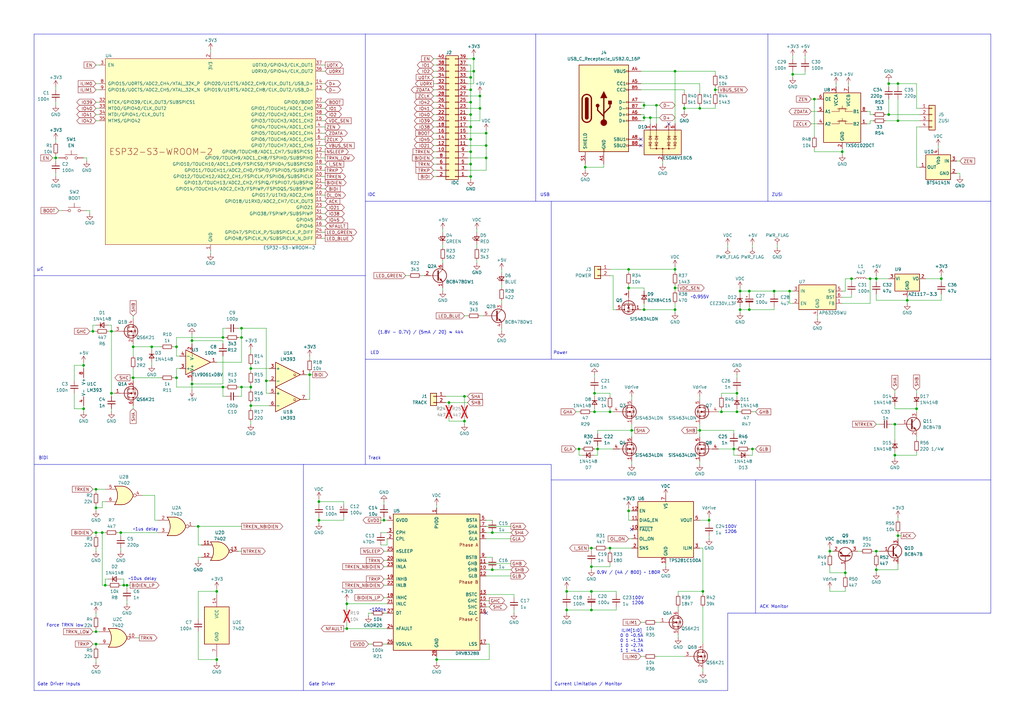
<source format=kicad_sch>
(kicad_sch (version 20231120) (generator "eeschema") (generator_version "8.0")
  (paper "A3")
  (title_block (title "S3Main") (date "2024-10-05") (rev "A"))
  (junction (at 250.19 224.79))
  (junction (at 190.5 172.72))
  (junction (at 88.9 242.57))
  (junction (at 102.87 151.13))
  (junction (at 99.06 134.62))
  (junction (at 349.25 114.3))
  (junction (at 367.03 186.69))
  (junction (at 276.86 118.11))
  (junction (at 302.26 161.29))
  (junction (at 240.03 68.58))
  (junction (at 245.11 184.15))
  (junction (at 109.22 156.21))
  (junction (at 193.04 57.15))
  (junction (at 43.18 240.03))
  (junction (at 39.37 200.66))
  (junction (at 142.24 257.81))
  (junction (at 72.39 142.24))
  (junction (at 193.04 72.39))
  (junction (at 356.87 114.3))
  (junction (at 346.71 234.95))
  (junction (at 386.08 114.3))
  (junction (at 130.81 213.36))
  (junction (at 190.5 162.56))
  (junction (at 142.24 247.65))
  (junction (at 259.08 176.53))
  (junction (at 368.3 49.53))
  (junction (at 193.04 41.91))
  (junction (at 62.23 142.24))
  (junction (at 293.37 36.83))
  (junction (at 307.34 119.38))
  (junction (at 39.37 208.28))
  (junction (at 50.8 240.03))
  (junction (at 359.41 233.68))
  (junction (at 22.86 64.77))
  (junction (at 334.01 40.64))
  (junction (at 49.53 218.44))
  (junction (at 184.15 165.1))
  (junction (at 78.74 139.7))
  (junction (at 257.81 209.55))
  (junction (at 276.86 29.21))
  (junction (at 257.81 118.11))
  (junction (at 199.39 54.61))
  (junction (at 102.87 158.75))
  (junction (at 52.07 240.03))
  (junction (at 242.57 224.79))
  (junction (at 276.86 127))
  (junction (at 194.31 24.13))
  (junction (at 287.02 44.45))
  (junction (at 193.04 52.07))
  (junction (at 54.61 142.24))
  (junction (at 99.06 138.43))
  (junction (at 368.3 34.29))
  (junction (at 340.36 226.06))
  (junction (at 39.37 218.44))
  (junction (at 242.57 232.41))
  (junction (at 54.61 154.94))
  (junction (at 303.53 119.38))
  (junction (at 368.3 219.71))
  (junction (at 193.04 62.23))
  (junction (at 307.34 127))
  (junction (at 38.1 135.89))
  (junction (at 39.37 264.16))
  (junction (at 242.57 242.57))
  (junction (at 193.04 46.99))
  (junction (at 375.92 167.64))
  (junction (at 102.87 166.37))
  (junction (at 264.16 48.26))
  (junction (at 41.91 218.44))
  (junction (at 264.16 43.18))
  (junction (at 295.91 168.91))
  (junction (at 193.04 67.31))
  (junction (at 317.5 119.38))
  (junction (at 287.02 176.53))
  (junction (at 201.93 233.68))
  (junction (at 193.04 36.83))
  (junction (at 250.19 168.91))
  (junction (at 45.72 161.29))
  (junction (at 303.53 127))
  (junction (at 39.37 259.08))
  (junction (at 264.16 127))
  (junction (at 300.99 184.15))
  (junction (at 99.06 158.75))
  (junction (at 288.29 242.57))
  (junction (at 201.93 218.44))
  (junction (at 199.39 64.77))
  (junction (at 367.03 173.99))
  (junction (at 323.85 119.38))
  (junction (at 91.44 158.75))
  (junction (at 157.48 213.36))
  (junction (at 196.85 44.45))
  (junction (at 179.07 270.51))
  (junction (at 372.11 123.19))
  (junction (at 359.41 114.3))
  (junction (at 78.74 157.48))
  (junction (at 308.61 184.15))
  (junction (at 91.44 138.43))
  (junction (at 242.57 250.19))
  (junction (at 266.7 48.26))
  (junction (at 232.41 242.57))
  (junction (at 45.72 135.89))
  (junction (at 364.49 34.29))
  (junction (at 193.04 31.75))
  (junction (at 81.28 215.9))
  (junction (at 130.81 205.74))
  (junction (at 243.84 161.29))
  (junction (at 243.84 168.91))
  (junction (at 34.29 149.86))
  (junction (at 232.41 250.19))
  (junction (at 257.81 110.49))
  (junction (at 280.67 44.45))
  (junction (at 196.85 39.37))
  (junction (at 194.31 29.21))
  (junction (at 359.41 226.06))
  (junction (at 290.83 213.36))
  (junction (at 34.29 167.64))
  (junction (at 88.9 270.51))
  (junction (at 72.39 154.94))
  (junction (at 325.12 30.48))
  (junction (at 276.86 110.49))
  (junction (at 269.24 43.18))
  (junction (at 345.44 62.23))
  (junction (at 364.49 46.99))
  (junction (at 302.26 168.91))
  (junction (at 237.49 184.15))
  (junction (at 127 153.67))
  (junction (at 199.39 59.69))
  (no_connect (at 274.32 50.8))
  (no_connect (at 262.89 59.69))
  (no_connect (at 259.08 217.17))
  (no_connect (at 199.39 251.46))
  (no_connect (at 262.89 57.15))
  (wire (pts (xy 295.91 161.29) (xy 302.26 161.29)))
  (wire (pts (xy 358.14 46.99) (xy 356.87 46.99)))
  (wire (pts (xy 132.08 59.69) (xy 133.35 59.69)))
  (wire (pts (xy 49.53 218.44) (xy 49.53 219.71)))
  (wire (pts (xy 39.37 224.79) (xy 39.37 226.06)))
  (wire (pts (xy 177.8 29.21) (xy 179.07 29.21)))
  (wire (pts (xy 269.24 255.27) (xy 270.51 255.27)))
  (wire (pts (xy 276.86 118.11) (xy 278.13 118.11)))
  (wire (pts (xy 41.91 218.44) (xy 41.91 240.03)))
  (wire (pts (xy 86.36 20.32) (xy 86.36 21.59)))
  (wire (pts (xy 43.18 205.74) (xy 41.91 205.74)))
  (wire (pts (xy 287.02 173.99) (xy 287.02 176.53)))
  (wire (pts (xy 193.04 57.15) (xy 193.04 62.23)))
  (wire (pts (xy 71.12 142.24) (xy 72.39 142.24)))
  (wire (pts (xy 191.77 26.67) (xy 193.04 26.67)))
  (wire (pts (xy 99.06 134.62) (xy 109.22 134.62)))
  (wire (pts (xy 269.24 43.18) (xy 264.16 43.18)))
  (wire (pts (xy 22.86 64.77) (xy 24.13 64.77)))
  (wire (pts (xy 152.4 251.46) (xy 151.13 251.46)))
  (polyline (pts (xy 406.4 82.55) (xy 314.96 82.55)))
  (wire (pts (xy 45.72 161.29) (xy 45.72 162.56)))
  (wire (pts (xy 91.44 158.75) (xy 92.71 158.75)))
  (wire (pts (xy 242.57 224.79) (xy 243.84 224.79)))
  (wire (pts (xy 250.19 168.91) (xy 251.46 168.91)))
  (wire (pts (xy 356.87 124.46) (xy 356.87 114.3)))
  (wire (pts (xy 355.6 45.72) (xy 356.87 45.72)))
  (wire (pts (xy 38.1 135.89) (xy 39.37 135.89)))
  (polyline (pts (xy 149.86 13.97) (xy 219.71 13.97)))
  (wire (pts (xy 177.8 44.45) (xy 179.07 44.45)))
  (wire (pts (xy 359.41 232.41) (xy 359.41 233.68)))
  (wire (pts (xy 242.57 248.92) (xy 242.57 250.19)))
  (wire (pts (xy 264.16 119.38) (xy 264.16 118.11)))
  (wire (pts (xy 194.31 22.86) (xy 194.31 24.13)))
  (wire (pts (xy 276.86 29.21) (xy 293.37 29.21)))
  (wire (pts (xy 41.91 208.28) (xy 39.37 208.28)))
  (wire (pts (xy 39.37 36.83) (xy 40.64 36.83)))
  (wire (pts (xy 307.34 127) (xy 317.5 127)))
  (wire (pts (xy 39.37 208.28) (xy 39.37 209.55)))
  (wire (pts (xy 295.91 168.91) (xy 294.64 168.91)))
  (wire (pts (xy 367.03 166.37) (xy 367.03 167.64)))
  (wire (pts (xy 349.25 114.3) (xy 350.52 114.3)))
  (wire (pts (xy 199.39 246.38) (xy 200.66 246.38)))
  (wire (pts (xy 200.66 270.51) (xy 179.07 270.51)))
  (wire (pts (xy 368.3 35.56) (xy 368.3 34.29)))
  (wire (pts (xy 194.31 34.29) (xy 194.31 29.21)))
  (wire (pts (xy 287.02 176.53) (xy 287.02 179.07)))
  (wire (pts (xy 257.81 110.49) (xy 276.86 110.49)))
  (wire (pts (xy 392.43 71.12) (xy 393.7 71.12)))
  (wire (pts (xy 72.39 154.94) (xy 72.39 151.13)))
  (wire (pts (xy 30.48 167.64) (xy 34.29 167.64)))
  (wire (pts (xy 349.25 121.92) (xy 349.25 120.65)))
  (polyline (pts (xy 406.4 251.46) (xy 298.45 251.46)))
  (polyline (pts (xy 298.45 283.21) (xy 298.45 251.46)))
  (wire (pts (xy 232.41 250.19) (xy 242.57 250.19)))
  (wire (pts (xy 109.22 156.21) (xy 110.49 156.21)))
  (wire (pts (xy 293.37 30.48) (xy 293.37 29.21)))
  (wire (pts (xy 335.28 129.54) (xy 335.28 130.81)))
  (wire (pts (xy 264.16 48.26) (xy 266.7 48.26)))
  (wire (pts (xy 257.81 118.11) (xy 264.16 118.11)))
  (wire (pts (xy 41.91 205.74) (xy 41.91 208.28)))
  (wire (pts (xy 330.2 22.86) (xy 330.2 24.13)))
  (wire (pts (xy 45.72 133.35) (xy 45.72 135.89)))
  (wire (pts (xy 302.26 168.91) (xy 295.91 168.91)))
  (wire (pts (xy 22.86 57.15) (xy 22.86 58.42)))
  (wire (pts (xy 345.44 121.92) (xy 349.25 121.92)))
  (wire (pts (xy 345.44 119.38) (xy 346.71 119.38)))
  (wire (pts (xy 302.26 153.67) (xy 302.26 154.94)))
  (wire (pts (xy 368.3 219.71) (xy 369.57 219.71)))
  (wire (pts (xy 194.31 29.21) (xy 191.77 29.21)))
  (polyline (pts (xy 309.88 196.85) (xy 309.88 251.46)))
  (polyline (pts (xy 226.06 196.85) (xy 406.4 196.85)))
  (wire (pts (xy 368.3 218.44) (xy 368.3 219.71)))
  (wire (pts (xy 39.37 207.01) (xy 39.37 208.28)))
  (wire (pts (xy 132.08 95.25) (xy 133.35 95.25)))
  (wire (pts (xy 242.57 232.41) (xy 250.19 232.41)))
  (wire (pts (xy 193.04 26.67) (xy 193.04 31.75)))
  (wire (pts (xy 54.61 166.37) (xy 54.61 167.64)))
  (wire (pts (xy 340.36 241.3) (xy 340.36 242.57)))
  (wire (pts (xy 318.77 100.33) (xy 318.77 101.6)))
  (polyline (pts (xy 124.46 190.5) (xy 226.06 190.5)))
  (wire (pts (xy 177.8 49.53) (xy 179.07 49.53)))
  (wire (pts (xy 368.3 233.68) (xy 359.41 233.68)))
  (wire (pts (xy 356.87 46.99) (xy 356.87 45.72)))
  (wire (pts (xy 156.21 213.36) (xy 157.48 213.36)))
  (wire (pts (xy 242.57 231.14) (xy 242.57 232.41)))
  (wire (pts (xy 287.02 213.36) (xy 290.83 213.36)))
  (wire (pts (xy 39.37 270.51) (xy 39.37 271.78)))
  (wire (pts (xy 375.92 68.58) (xy 375.92 52.07)))
  (wire (pts (xy 262.89 36.83) (xy 280.67 36.83)))
  (wire (pts (xy 38.1 218.44) (xy 39.37 218.44)))
  (wire (pts (xy 367.03 167.64) (xy 375.92 167.64)))
  (wire (pts (xy 179.07 269.24) (xy 179.07 270.51)))
  (wire (pts (xy 34.29 148.59) (xy 34.29 149.86)))
  (wire (pts (xy 252.73 127) (xy 251.46 127)))
  (wire (pts (xy 81.28 242.57) (xy 88.9 242.57)))
  (wire (pts (xy 278.13 260.35) (xy 278.13 261.62)))
  (wire (pts (xy 303.53 127) (xy 303.53 128.27)))
  (wire (pts (xy 39.37 264.16) (xy 40.64 264.16)))
  (wire (pts (xy 287.02 189.23) (xy 287.02 190.5)))
  (wire (pts (xy 30.48 156.21) (xy 30.48 149.86)))
  (wire (pts (xy 201.93 218.44) (xy 209.55 218.44)))
  (wire (pts (xy 368.3 212.09) (xy 368.3 213.36)))
  (wire (pts (xy 280.67 44.45) (xy 280.67 45.72)))
  (wire (pts (xy 243.84 167.64) (xy 243.84 168.91)))
  (wire (pts (xy 251.46 127) (xy 251.46 113.03)))
  (wire (pts (xy 127 146.05) (xy 127 147.32)))
  (wire (pts (xy 127 153.67) (xy 128.27 153.67)))
  (wire (pts (xy 177.8 57.15) (xy 179.07 57.15)))
  (wire (pts (xy 195.58 93.98) (xy 195.58 95.25)))
  (wire (pts (xy 54.61 154.94) (xy 66.04 154.94)))
  (wire (pts (xy 72.39 158.75) (xy 91.44 158.75)))
  (wire (pts (xy 194.31 24.13) (xy 194.31 29.21)))
  (wire (pts (xy 288.29 274.32) (xy 288.29 275.59)))
  (wire (pts (xy 39.37 264.16) (xy 39.37 265.43)))
  (wire (pts (xy 181.61 106.68) (xy 181.61 107.95)))
  (wire (pts (xy 45.72 167.64) (xy 45.72 168.91)))
  (wire (pts (xy 156.21 218.44) (xy 158.75 218.44)))
  (wire (pts (xy 276.86 118.11) (xy 276.86 119.38)))
  (wire (pts (xy 340.36 234.95) (xy 346.71 234.95)))
  (wire (pts (xy 269.24 269.24) (xy 280.67 269.24)))
  (wire (pts (xy 63.5 203.2) (xy 63.5 213.36)))
  (wire (pts (xy 269.24 43.18) (xy 269.24 50.8)))
  (wire (pts (xy 372.11 123.19) (xy 386.08 123.19)))
  (wire (pts (xy 140.97 257.81) (xy 142.24 257.81)))
  (wire (pts (xy 210.82 250.19) (xy 210.82 251.46)))
  (wire (pts (xy 259.08 176.53) (xy 259.08 179.07)))
  (wire (pts (xy 195.58 106.68) (xy 195.58 107.95)))
  (wire (pts (xy 142.24 255.27) (xy 142.24 257.81)))
  (wire (pts (xy 375.92 52.07) (xy 377.19 52.07)))
  (wire (pts (xy 151.13 264.16) (xy 152.4 264.16)))
  (wire (pts (xy 262.89 34.29) (xy 287.02 34.29)))
  (wire (pts (xy 302.26 160.02) (xy 302.26 161.29)))
  (wire (pts (xy 46.99 161.29) (xy 45.72 161.29)))
  (wire (pts (xy 276.86 124.46) (xy 276.86 127)))
  (wire (pts (xy 368.3 49.53) (xy 368.3 40.64)))
  (wire (pts (xy 191.77 49.53) (xy 196.85 49.53)))
  (wire (pts (xy 325.12 124.46) (xy 323.85 124.46)))
  (wire (pts (xy 363.22 46.99) (xy 364.49 46.99)))
  (wire (pts (xy 132.08 52.07) (xy 133.35 52.07)))
  (wire (pts (xy 359.41 114.3) (xy 364.49 114.3)))
  (wire (pts (xy 242.57 224.79) (xy 242.57 226.06)))
  (wire (pts (xy 30.48 161.29) (xy 30.48 167.64)))
  (wire (pts (xy 39.37 259.08) (xy 40.64 259.08)))
  (wire (pts (xy 232.41 241.3) (xy 232.41 242.57)))
  (wire (pts (xy 39.37 46.99) (xy 40.64 46.99)))
  (wire (pts (xy 22.86 63.5) (xy 22.86 64.77)))
  (wire (pts (xy 250.19 167.64) (xy 250.19 168.91)))
  (wire (pts (xy 45.72 135.89) (xy 46.99 135.89)))
  (wire (pts (xy 372.11 123.19) (xy 372.11 124.46)))
  (wire (pts (xy 43.18 237.49) (xy 43.18 240.03)))
  (wire (pts (xy 81.28 259.08) (xy 81.28 270.51)))
  (wire (pts (xy 78.74 139.7) (xy 91.44 139.7)))
  (wire (pts (xy 307.34 120.65) (xy 307.34 119.38)))
  (wire (pts (xy 345.44 62.23) (xy 345.44 63.5)))
  (wire (pts (xy 200.66 264.16) (xy 200.66 270.51)))
  (wire (pts (xy 132.08 92.71) (xy 133.35 92.71)))
  (wire (pts (xy 340.36 242.57) (xy 346.71 242.57)))
  (wire (pts (xy 191.77 31.75) (xy 193.04 31.75)))
  (wire (pts (xy 91.44 134.62) (xy 91.44 138.43)))
  (wire (pts (xy 375.92 179.07) (xy 375.92 180.34)))
  (wire (pts (xy 298.45 100.33) (xy 298.45 101.6)))
  (wire (pts (xy 377.19 44.45) (xy 375.92 44.45)))
  (wire (pts (xy 130.81 213.36) (xy 140.97 213.36)))
  (wire (pts (xy 99.06 158.75) (xy 102.87 158.75)))
  (wire (pts (xy 232.41 250.19) (xy 232.41 251.46)))
  (wire (pts (xy 199.39 231.14) (xy 209.55 231.14)))
  (wire (pts (xy 193.04 72.39) (xy 193.04 73.66)))
  (wire (pts (xy 300.99 177.8) (xy 300.99 176.53)))
  (wire (pts (xy 250.19 110.49) (xy 257.81 110.49)))
  (wire (pts (xy 62.23 142.24) (xy 54.61 142.24)))
  (wire (pts (xy 181.61 118.11) (xy 181.61 119.38)))
  (wire (pts (xy 130.81 213.36) (xy 130.81 214.63)))
  (wire (pts (xy 377.19 68.58) (xy 375.92 68.58)))
  (wire (pts (xy 259.08 209.55) (xy 257.81 209.55)))
  (wire (pts (xy 179.07 207.01) (xy 179.07 208.28)))
  (wire (pts (xy 39.37 41.91) (xy 40.64 41.91)))
  (wire (pts (xy 158.75 247.65) (xy 142.24 247.65)))
  (wire (pts (xy 191.77 36.83) (xy 193.04 36.83)))
  (wire (pts (xy 276.86 111.76) (xy 276.86 110.49)))
  (wire (pts (xy 199.39 228.6) (xy 201.93 228.6)))
  (wire (pts (xy 102.87 165.1) (xy 102.87 166.37)))
  (wire (pts (xy 177.8 39.37) (xy 179.07 39.37)))
  (wire (pts (xy 88.9 148.59) (xy 99.06 148.59)))
  (wire (pts (xy 375.92 167.64) (xy 375.92 168.91)))
  (wire (pts (xy 34.29 149.86) (xy 34.29 151.13)))
  (wire (pts (xy 88.9 242.57) (xy 88.9 243.84)))
  (wire (pts (xy 295.91 162.56) (xy 295.91 161.29)))
  (wire (pts (xy 199.39 233.68) (xy 201.93 233.68)))
  (wire (pts (xy 199.39 54.61) (xy 199.39 53.34)))
  (wire (pts (xy 196.85 129.54) (xy 198.12 129.54)))
  (wire (pts (xy 332.74 50.8) (xy 335.28 50.8)))
  (wire (pts (xy 191.77 44.45) (xy 196.85 44.45)))
  (wire (pts (xy 375.92 160.02) (xy 375.92 161.29)))
  (wire (pts (xy 290.83 213.36) (xy 290.83 214.63)))
  (wire (pts (xy 157.48 264.16) (xy 158.75 264.16)))
  (wire (pts (xy 44.45 237.49) (xy 43.18 237.49)))
  (wire (pts (xy 132.08 72.39) (xy 133.35 72.39)))
  (wire (pts (xy 367.03 173.99) (xy 367.03 180.34)))
  (wire (pts (xy 375.92 44.45) (xy 375.92 34.29)))
  (wire (pts (xy 302.26 161.29) (xy 302.26 162.56)))
  (wire (pts (xy 50.8 237.49) (xy 50.8 240.03)))
  (wire (pts (xy 300.99 184.15) (xy 300.99 182.88)))
  (wire (pts (xy 41.91 240.03) (xy 43.18 240.03)))
  (wire (pts (xy 236.22 168.91) (xy 237.49 168.91)))
  (wire (pts (xy 132.08 54.61) (xy 133.35 54.61)))
  (wire (pts (xy 39.37 200.66) (xy 43.18 200.66)))
  (wire (pts (xy 130.81 207.01) (xy 130.81 205.74)))
  (wire (pts (xy 193.04 41.91) (xy 193.04 46.99)))
  (wire (pts (xy 242.57 250.19) (xy 252.73 250.19)))
  (wire (pts (xy 199.39 236.22) (xy 209.55 236.22)))
  (wire (pts (xy 271.78 66.04) (xy 271.78 67.31)))
  (wire (pts (xy 356.87 50.8) (xy 356.87 49.53)))
  (wire (pts (xy 99.06 158.75) (xy 97.79 158.75)))
  (wire (pts (xy 191.77 52.07) (xy 193.04 52.07)))
  (wire (pts (xy 302.26 167.64) (xy 302.26 168.91)))
  (wire (pts (xy 264.16 46.99) (xy 264.16 48.26)))
  (wire (pts (xy 88.9 270.51) (xy 88.9 271.78)))
  (wire (pts (xy 375.92 185.42) (xy 375.92 186.69)))
  (polyline (pts (xy 314.96 13.97) (xy 314.96 82.55)))
  (wire (pts (xy 252.73 243.84) (xy 252.73 242.57)))
  (wire (pts (xy 293.37 35.56) (xy 293.37 36.83)))
  (wire (pts (xy 196.85 39.37) (xy 196.85 38.1)))
  (wire (pts (xy 368.3 219.71) (xy 368.3 220.98)))
  (wire (pts (xy 392.43 66.04) (xy 393.7 66.04)))
  (wire (pts (xy 82.55 228.6) (xy 81.28 228.6)))
  (wire (pts (xy 358.14 226.06) (xy 359.41 226.06)))
  (wire (pts (xy 132.08 44.45) (xy 133.35 44.45)))
  (wire (pts (xy 130.81 205.74) (xy 140.97 205.74)))
  (polyline (pts (xy 13.97 283.21) (xy 298.45 283.21)))
  (wire (pts (xy 177.8 67.31) (xy 179.07 67.31)))
  (wire (pts (xy 375.92 34.29) (xy 368.3 34.29)))
  (wire (pts (xy 54.61 154.94) (xy 54.61 156.21)))
  (wire (pts (xy 250.19 224.79) (xy 259.08 224.79)))
  (wire (pts (xy 303.53 119.38) (xy 303.53 120.65)))
  (wire (pts (xy 252.73 242.57) (xy 242.57 242.57)))
  (wire (pts (xy 367.03 160.02) (xy 367.03 161.29)))
  (wire (pts (xy 199.39 220.98) (xy 209.55 220.98)))
  (wire (pts (xy 266.7 48.26) (xy 270.51 48.26)))
  (wire (pts (xy 280.67 36.83) (xy 280.67 38.1)))
  (wire (pts (xy 72.39 146.05) (xy 73.66 146.05)))
  (polyline (pts (xy 314.96 82.55) (xy 226.06 82.55)))
  (wire (pts (xy 88.9 269.24) (xy 88.9 270.51)))
  (wire (pts (xy 351.79 226.06) (xy 353.06 226.06)))
  (wire (pts (xy 250.19 224.79) (xy 250.19 226.06)))
  (wire (pts (xy 102.87 157.48) (xy 102.87 158.75)))
  (wire (pts (xy 288.29 224.79) (xy 288.29 242.57)))
  (wire (pts (xy 191.77 57.15) (xy 193.04 57.15)))
  (wire (pts (xy 38.1 200.66) (xy 39.37 200.66)))
  (wire (pts (xy 132.08 46.99) (xy 133.35 46.99)))
  (wire (pts (xy 257.81 118.11) (xy 257.81 119.38)))
  (wire (pts (xy 290.83 219.71) (xy 290.83 220.98)))
  (wire (pts (xy 102.87 143.51) (xy 102.87 144.78)))
  (wire (pts (xy 205.74 110.49) (xy 205.74 111.76)))
  (wire (pts (xy 193.04 31.75) (xy 193.04 36.83)))
  (wire (pts (xy 243.84 160.02) (xy 243.84 161.29)))
  (wire (pts (xy 92.71 162.56) (xy 91.44 162.56)))
  (wire (pts (xy 232.41 248.92) (xy 232.41 250.19)))
  (wire (pts (xy 92.71 134.62) (xy 91.44 134.62)))
  (wire (pts (xy 364.49 46.99) (xy 377.19 46.99)))
  (wire (pts (xy 109.22 134.62) (xy 109.22 156.21)))
  (wire (pts (xy 199.39 248.92) (xy 200.66 248.92)))
  (polyline (pts (xy 13.97 113.03) (xy 149.86 113.03)))
  (wire (pts (xy 346.71 114.3) (xy 349.25 114.3)))
  (wire (pts (xy 245.11 176.53) (xy 259.08 176.53)))
  (wire (pts (xy 36.83 86.36) (xy 36.83 87.63)))
  (wire (pts (xy 72.39 142.24) (xy 72.39 146.05)))
  (wire (pts (xy 340.36 224.79) (xy 340.36 226.06)))
  (polyline (pts (xy 226.06 82.55) (xy 149.86 82.55)))
  (wire (pts (xy 393.7 71.12) (xy 393.7 72.39)))
  (wire (pts (xy 39.37 44.45) (xy 40.64 44.45)))
  (wire (pts (xy 288.29 243.84) (xy 288.29 242.57)))
  (wire (pts (xy 334.01 40.64) (xy 334.01 55.88)))
  (wire (pts (xy 368.3 231.14) (xy 368.3 233.68)))
  (wire (pts (xy 293.37 43.18) (xy 293.37 44.45)))
  (wire (pts (xy 264.16 41.91) (xy 264.16 43.18)))
  (wire (pts (xy 158.75 213.36) (xy 157.48 213.36)))
  (wire (pts (xy 199.39 54.61) (xy 199.39 59.69)))
  (wire (pts (xy 125.73 153.67) (xy 127 153.67)))
  (wire (pts (xy 132.08 85.09) (xy 133.35 85.09)))
  (wire (pts (xy 54.61 142.24) (xy 54.61 146.05)))
  (wire (pts (xy 309.88 168.91) (xy 308.61 168.91)))
  (wire (pts (xy 247.65 67.31) (xy 247.65 68.58)))
  (wire (pts (xy 181.61 100.33) (xy 181.61 101.6)))
  (wire (pts (xy 248.92 224.79) (xy 250.19 224.79)))
  (wire (pts (xy 39.37 26.67) (xy 40.64 26.67)))
  (wire (pts (xy 80.01 215.9) (xy 81.28 215.9)))
  (wire (pts (xy 199.39 69.85) (xy 199.39 64.77)))
  (wire (pts (xy 345.44 60.96) (xy 345.44 62.23)))
  (wire (pts (xy 243.84 161.29) (xy 243.84 162.56)))
  (wire (pts (xy 346.71 234.95) (xy 346.71 236.22)))
  (wire (pts (xy 359.41 113.03) (xy 359.41 114.3)))
  (wire (pts (xy 132.08 67.31) (xy 133.35 67.31)))
  (wire (pts (xy 177.8 69.85) (xy 179.07 69.85)))
  (wire (pts (xy 99.06 148.59) (xy 99.06 138.43)))
  (wire (pts (xy 190.5 129.54) (xy 191.77 129.54)))
  (wire (pts (xy 102.87 151.13) (xy 102.87 152.4)))
  (wire (pts (xy 62.23 148.59) (xy 62.23 149.86)))
  (wire (pts (xy 375.92 186.69) (xy 367.03 186.69)))
  (wire (pts (xy 177.8 64.77) (xy 179.07 64.77)))
  (wire (pts (xy 293.37 44.45) (xy 287.02 44.45)))
  (wire (pts (xy 132.08 26.67) (xy 133.35 26.67)))
  (wire (pts (xy 276.86 109.22) (xy 276.86 110.49)))
  (wire (pts (xy 262.89 44.45) (xy 264.16 44.45)))
  (wire (pts (xy 132.08 64.77) (xy 133.35 64.77)))
  (wire (pts (xy 63.5 213.36) (xy 64.77 213.36)))
  (wire (pts (xy 38.1 259.08) (xy 39.37 259.08)))
  (wire (pts (xy 157.48 237.49) (xy 158.75 237.49)))
  (wire (pts (xy 86.36 102.87) (xy 86.36 104.14)))
  (wire (pts (xy 52.07 240.03) (xy 53.34 240.03)))
  (wire (pts (xy 54.61 140.97) (xy 54.61 142.24)))
  (wire (pts (xy 190.5 171.45) (xy 190.5 172.72)))
  (wire (pts (xy 54.61 151.13) (xy 54.61 154.94)))
  (wire (pts (xy 151.13 251.46) (xy 151.13 252.73)))
  (wire (pts (xy 264.16 43.18) (xy 264.16 44.45)))
  (wire (pts (xy 347.98 34.29) (xy 347.98 35.56)))
  (wire (pts (xy 158.75 220.98) (xy 158.75 223.52)))
  (wire (pts (xy 276.86 116.84) (xy 276.86 118.11)))
  (wire (pts (xy 132.08 97.79) (xy 133.35 97.79)))
  (wire (pts (xy 349.25 114.3) (xy 349.25 115.57)))
  (wire (pts (xy 346.71 119.38) (xy 346.71 114.3)))
  (wire (pts (xy 196.85 44.45) (xy 196.85 39.37)))
  (wire (pts (xy 250.19 113.03) (xy 251.46 113.03)))
  (wire (pts (xy 245.11 177.8) (xy 245.11 176.53)))
  (wire (pts (xy 52.07 241.3) (xy 52.07 240.03)))
  (wire (pts (xy 335.28 40.64) (xy 334.01 40.64)))
  (wire (pts (xy 34.29 64.77) (xy 35.56 64.77)))
  (wire (pts (xy 199.39 243.84) (xy 210.82 243.84)))
  (wire (pts (xy 232.41 242.57) (xy 242.57 242.57)))
  (wire (pts (xy 259.08 176.53) (xy 260.35 176.53)))
  (wire (pts (xy 264.16 124.46) (xy 264.16 127)))
  (wire (pts (xy 81.28 215.9) (xy 99.06 215.9)))
  (wire (pts (xy 24.13 86.36) (xy 25.4 86.36)))
  (wire (pts (xy 266.7 48.26) (xy 266.7 50.8)))
  (wire (pts (xy 132.08 80.01) (xy 133.35 80.01)))
  (wire (pts (xy 273.05 231.14) (xy 273.05 232.41)))
  (wire (pts (xy 53.34 154.94) (xy 54.61 154.94)))
  (wire (pts (xy 52.07 240.03) (xy 50.8 240.03)))
  (polyline (pts (xy 149.86 113.03) (xy 149.86 147.32)))
  (wire (pts (xy 386.08 120.65) (xy 386.08 123.19)))
  (wire (pts (xy 177.8 34.29) (xy 179.07 34.29)))
  (wire (pts (xy 303.53 118.11) (xy 303.53 119.38)))
  (polyline (pts (xy 149.86 147.32) (xy 149.86 190.5)))
  (wire (pts (xy 132.08 77.47) (xy 133.35 77.47)))
  (wire (pts (xy 97.79 162.56) (xy 99.06 162.56)))
  (wire (pts (xy 276.86 29.21) (xy 276.86 50.8)))
  (wire (pts (xy 38.1 133.35) (xy 38.1 135.89)))
  (wire (pts (xy 177.8 26.67) (xy 179.07 26.67)))
  (wire (pts (xy 58.42 203.2) (xy 63.5 203.2)))
  (polyline (pts (xy 149.86 82.55) (xy 149.86 113.03)))
  (wire (pts (xy 191.77 24.13) (xy 194.31 24.13)))
  (wire (pts (xy 88.9 241.3) (xy 88.9 242.57)))
  (wire (pts (xy 45.72 135.89) (xy 45.72 161.29)))
  (wire (pts (xy 72.39 154.94) (xy 72.39 158.75)))
  (wire (pts (xy 359.41 123.19) (xy 372.11 123.19)))
  (wire (pts (xy 179.07 270.51) (xy 179.07 271.78)))
  (wire (pts (xy 48.26 218.44) (xy 49.53 218.44)))
  (wire (pts (xy 245.11 186.69) (xy 245.11 184.15)))
  (wire (pts (xy 300.99 186.69) (xy 300.99 184.15)))
  (wire (pts (xy 210.82 243.84) (xy 210.82 245.11)))
  (wire (pts (xy 81.28 228.6) (xy 81.28 229.87)))
  (wire (pts (xy 156.21 223.52) (xy 158.75 223.52)))
  (wire (pts (xy 191.77 62.23) (xy 193.04 62.23)))
  (wire (pts (xy 287.02 44.45) (xy 280.67 44.45)))
  (wire (pts (xy 242.57 242.57) (xy 242.57 243.84)))
  (wire (pts (xy 22.86 71.12) (xy 22.86 72.39)))
  (wire (pts (xy 39.37 133.35) (xy 38.1 133.35)))
  (wire (pts (xy 22.86 64.77) (xy 22.86 66.04)))
  (wire (pts (xy 302.26 186.69) (xy 300.99 186.69)))
  (polyline (pts (xy 13.97 13.97) (xy 13.97 113.03)))
  (wire (pts (xy 184.15 165.1) (xy 184.15 166.37)))
  (wire (pts (xy 287.02 176.53) (xy 285.75 176.53)))
  (polyline (pts (xy 13.97 113.03) (xy 13.97 187.96)))
  (wire (pts (xy 39.37 251.46) (xy 39.37 252.73)))
  (wire (pts (xy 368.3 34.29) (xy 364.49 34.29)))
  (wire (pts (xy 359.41 233.68) (xy 359.41 234.95)))
  (wire (pts (xy 177.8 41.91) (xy 179.07 41.91)))
  (wire (pts (xy 157.48 212.09) (xy 157.48 213.36)))
  (wire (pts (xy 196.85 49.53) (xy 196.85 44.45)))
  (wire (pts (xy 72.39 151.13) (xy 73.66 151.13)))
  (wire (pts (xy 191.77 64.77) (xy 199.39 64.77)))
  (wire (pts (xy 193.04 36.83) (xy 193.04 41.91)))
  (wire (pts (xy 193.04 46.99) (xy 193.04 52.07)))
  (wire (pts (xy 237.49 184.15) (xy 237.49 186.69)))
  (wire (pts (xy 177.8 62.23) (xy 179.07 62.23)))
  (wire (pts (xy 157.48 229.87) (xy 158.75 229.87)))
  (polyline (pts (xy 406.4 147.32) (xy 406.4 251.46)))
  (wire (pts (xy 243.84 153.67) (xy 243.84 154.94)))
  (wire (pts (xy 78.74 140.97) (xy 78.74 139.7)))
  (wire (pts (xy 157.48 205.74) (xy 157.48 207.01)))
  (wire (pts (xy 130.81 212.09) (xy 130.81 213.36)))
  (wire (pts (xy 293.37 36.83) (xy 293.37 38.1)))
  (wire (pts (xy 287.02 43.18) (xy 287.02 44.45)))
  (wire (pts (xy 257.81 111.76) (xy 257.81 110.49)))
  (wire (pts (xy 262.89 46.99) (xy 264.16 46.99)))
  (wire (pts (xy 325.12 29.21) (xy 325.12 30.48)))
  (wire (pts (xy 142.24 257.81) (xy 158.75 257.81)))
  (wire (pts (xy 332.74 45.72) (xy 335.28 45.72)))
  (wire (pts (xy 71.12 154.94) (xy 72.39 154.94)))
  (wire (pts (xy 250.19 231.14) (xy 250.19 232.41)))
  (wire (pts (xy 295.91 167.64) (xy 295.91 168.91)))
  (wire (pts (xy 184.15 165.1) (xy 182.88 165.1)))
  (wire (pts (xy 81.28 223.52) (xy 81.28 215.9)))
  (wire (pts (xy 199.39 59.69) (xy 199.39 64.77)))
  (wire (pts (xy 262.89 127) (xy 264.16 127)))
  (polyline (pts (xy 13.97 187.96) (xy 13.97 283.21)))
  (polyline (pts (xy 226.06 147.32) (xy 406.4 147.32)))
  (wire (pts (xy 303.53 168.91) (xy 302.26 168.91)))
  (wire (pts (xy 245.11 184.15) (xy 251.46 184.15)))
  (wire (pts (xy 49.53 218.44) (xy 64.77 218.44)))
  (wire (pts (xy 257.81 209.55) (xy 257.81 213.36)))
  (wire (pts (xy 375.92 166.37) (xy 375.92 167.64)))
  (polyline (pts (xy 13.97 190.5) (xy 124.46 190.5)))
  (wire (pts (xy 140.97 205.74) (xy 140.97 207.01)))
  (wire (pts (xy 341.63 226.06) (xy 340.36 226.06)))
  (wire (pts (xy 317.5 125.73) (xy 317.5 127)))
  (wire (pts (xy 36.83 135.89) (xy 38.1 135.89)))
  (wire (pts (xy 372.11 121.92) (xy 372.11 123.19)))
  (wire (pts (xy 177.8 24.13) (xy 179.07 24.13)))
  (wire (pts (xy 72.39 138.43) (xy 91.44 138.43)))
  (wire (pts (xy 191.77 165.1) (xy 184.15 165.1)))
  (wire (pts (xy 78.74 157.48) (xy 78.74 160.02)))
  (wire (pts (xy 91.44 146.05) (xy 91.44 157.48)))
  (wire (pts (xy 205.74 134.62) (xy 205.74 135.89)))
  (wire (pts (xy 259.08 173.99) (xy 259.08 176.53)))
  (wire (pts (xy 232.41 243.84) (xy 232.41 242.57)))
  (wire (pts (xy 132.08 36.83) (xy 133.35 36.83)))
  (wire (pts (xy 303.53 125.73) (xy 303.53 127)))
  (wire (pts (xy 181.61 93.98) (xy 181.61 95.25)))
  (wire (pts (xy 293.37 36.83) (xy 294.64 36.83)))
  (wire (pts (xy 262.89 29.21) (xy 276.86 29.21)))
  (wire (pts (xy 252.73 248.92) (xy 252.73 250.19)))
  (wire (pts (xy 205.74 123.19) (xy 205.74 124.46)))
  (wire (pts (xy 359.41 115.57) (xy 359.41 114.3)))
  (wire (pts (xy 109.22 156.21) (xy 109.22 161.29)))
  (wire (pts (xy 257.81 220.98) (xy 259.08 220.98)))
  (wire (pts (xy 288.29 248.92) (xy 288.29 264.16)))
  (wire (pts (xy 82.55 223.52) (xy 81.28 223.52)))
  (wire (pts (xy 307.34 125.73) (xy 307.34 127)))
  (wire (pts (xy 102.87 158.75) (xy 102.87 160.02)))
  (wire (pts (xy 363.22 49.53) (xy 368.3 49.53)))
  (wire (pts (xy 191.77 69.85) (xy 199.39 69.85)))
  (wire (pts (xy 250.19 162.56) (xy 250.19 161.29)))
  (wire (pts (xy 157.48 245.11) (xy 158.75 245.11)))
  (wire (pts (xy 379.73 114.3) (xy 386.08 114.3)))
  (wire (pts (xy 97.79 226.06) (xy 99.06 226.06)))
  (wire (pts (xy 78.74 156.21) (xy 78.74 157.48)))
  (wire (pts (xy 323.85 119.38) (xy 325.12 119.38)))
  (wire (pts (xy 262.89 269.24) (xy 264.16 269.24)))
  (wire (pts (xy 142.24 247.65) (xy 142.24 250.19)))
  (wire (pts (xy 132.08 34.29) (xy 133.35 34.29)))
  (wire (pts (xy 190.5 162.56) (xy 190.5 166.37)))
  (polyline (pts (xy 149.86 147.32) (xy 226.06 147.32)))
  (wire (pts (xy 364.49 34.29) (xy 364.49 35.56)))
  (polyline (pts (xy 406.4 147.32) (xy 406.4 82.55)))
  (wire (pts (xy 78.74 157.48) (xy 91.44 157.48)))
  (wire (pts (xy 325.12 22.86) (xy 325.12 24.13)))
  (wire (pts (xy 132.08 29.21) (xy 133.35 29.21)))
  (wire (pts (xy 199.39 215.9) (xy 209.55 215.9)))
  (wire (pts (xy 245.11 184.15) (xy 245.11 182.88)))
  (wire (pts (xy 257.81 116.84) (xy 257.81 118.11)))
  (wire (pts (xy 356.87 114.3) (xy 359.41 114.3)))
  (wire (pts (xy 193.04 52.07) (xy 193.04 57.15)))
  (wire (pts (xy 97.79 138.43) (xy 99.06 138.43)))
  (wire (pts (xy 243.84 186.69) (xy 245.11 186.69)))
  (wire (pts (xy 35.56 64.77) (xy 35.56 66.04)))
  (wire (pts (xy 132.08 49.53) (xy 133.35 49.53)))
  (wire (pts (xy 44.45 133.35) (xy 45.72 133.35)))
  (wire (pts (xy 365.76 173.99) (xy 367.03 173.99)))
  (wire (pts (xy 287.02 34.29) (xy 287.02 38.1)))
  (wire (pts (xy 191.77 34.29) (xy 194.31 34.29)))
  (wire (pts (xy 157.48 232.41) (xy 158.75 232.41)))
  (wire (pts (xy 190.5 172.72) (xy 190.5 173.99)))
  (wire (pts (xy 300.99 176.53) (xy 287.02 176.53)))
  (wire (pts (xy 334.01 62.23) (xy 345.44 62.23)))
  (wire (pts (xy 52.07 246.38) (xy 52.07 247.65)))
  (wire (pts (xy 190.5 172.72) (xy 184.15 172.72)))
  (wire (pts (xy 193.04 62.23) (xy 193.04 67.31)))
  (wire (pts (xy 330.2 29.21) (xy 330.2 30.48)))
  (wire (pts (xy 191.77 67.31) (xy 193.04 67.31)))
  (wire (pts (xy 62.23 143.51) (xy 62.23 142.24)))
  (wire (pts (xy 240.03 68.58) (xy 247.65 68.58)))
  (wire (pts (xy 287.02 224.79) (xy 288.29 224.79)))
  (wire (pts (xy 199.39 213.36) (xy 201.93 213.36)))
  (wire (pts (xy 157.48 226.06) (xy 158.75 226.06)))
  (wire (pts (xy 243.84 184.15) (xy 245.11 184.15)))
  (wire (pts (xy 191.77 59.69) (xy 199.39 59.69)))
  (wire (pts (xy 191.77 41.91) (xy 193.04 41.91)))
  (wire (pts (xy 359.41 173.99) (xy 360.68 173.99)))
  (wire (pts (xy 340.36 232.41) (xy 340.36 234.95)))
  (wire (pts (xy 132.08 74.93) (xy 133.35 74.93)))
  (wire (pts (xy 35.56 86.36) (xy 36.83 86.36)))
  (wire (pts (xy 132.08 41.91) (xy 133.35 41.91)))
  (wire (pts (xy 177.8 54.61) (xy 179.07 54.61)))
  (wire (pts (xy 259.08 189.23) (xy 259.08 190.5)))
  (wire (pts (xy 367.03 185.42) (xy 367.03 186.69)))
  (wire (pts (xy 386.08 114.3) (xy 386.08 115.57)))
  (wire (pts (xy 300.99 184.15) (xy 294.64 184.15)))
  (wire (pts (xy 276.86 127) (xy 276.86 128.27)))
  (wire (pts (xy 368.3 49.53) (xy 377.19 49.53)))
  (wire (pts (xy 340.36 226.06) (xy 340.36 227.33)))
  (wire (pts (xy 307.34 119.38) (xy 317.5 119.38)))
  (wire (pts (xy 303.53 127) (xy 307.34 127)))
  (wire (pts (xy 38.1 264.16) (xy 39.37 264.16)))
  (wire (pts (xy 323.85 119.38) (xy 323.85 124.46)))
  (wire (pts (xy 240.03 67.31) (xy 240.03 68.58)))
  (wire (pts (xy 240.03 68.58) (xy 240.03 69.85)))
  (wire (pts (xy 102.87 151.13) (xy 110.49 151.13)))
  (wire (pts (xy 205.74 116.84) (xy 205.74 118.11)))
  (wire (pts (xy 257.81 208.28) (xy 257.81 209.55)))
  (wire (pts (xy 30.48 149.86) (xy 34.29 149.86)))
  (polyline (pts (xy 219.71 13.97) (xy 219.71 82.55)))
  (wire (pts (xy 81.28 270.51) (xy 88.9 270.51)))
  (wire (pts (xy 22.86 41.91) (xy 22.86 43.18)))
  (wire (pts (xy 243.84 168.91) (xy 250.19 168.91)))
  (wire (pts (xy 177.8 46.99) (xy 179.07 46.99)))
  (wire (pts (xy 359.41 226.06) (xy 360.68 226.06)))
  (wire (pts (xy 262.89 49.53) (xy 264.16 49.53)))
  (wire (pts (xy 325.12 30.48) (xy 325.12 31.75)))
  (polyline (pts (xy 226.06 190.5) (xy 226.06 283.21)))
  (wire (pts (xy 132.08 87.63) (xy 133.35 87.63)))
  (wire (pts (xy 55.88 261.62) (xy 57.15 261.62)))
  (wire (pts (xy 72.39 142.24) (xy 72.39 138.43)))
  (wire (pts (xy 264.16 48.26) (xy 264.16 49.53)))
  (wire (pts (xy 332.74 40.64) (xy 334.01 40.64)))
  (wire (pts (xy 264.16 127) (xy 276.86 127)))
  (wire (pts (xy 359.41 226.06) (xy 359.41 227.33)))
  (wire (pts (xy 91.44 162.56) (xy 91.44 158.75)))
  (wire (pts (xy 62.23 142.24) (xy 66.04 142.24)))
  (wire (pts (xy 259.08 213.36) (xy 257.81 213.36)))
  (wire (pts (xy 345.44 124.46) (xy 356.87 124.46)))
  (wire (pts (xy 22.86 35.56) (xy 22.86 36.83)))
  (wire (pts (xy 317.5 120.65) (xy 317.5 119.38)))
  (wire (pts (xy 102.87 172.72) (xy 102.87 173.99)))
  (wire (pts (xy 184.15 171.45) (xy 184.15 172.72)))
  (wire (pts (xy 157.48 240.03) (xy 158.75 240.03)))
  (wire (pts (xy 201.93 233.68) (xy 209.55 233.68)))
  (polyline (pts (xy 406.4 13.97) (xy 406.4 82.55)))
  (polyline (pts (xy 124.46 190.5) (xy 124.46 283.21)))
  (wire (pts (xy 102.87 166.37) (xy 110.49 166.37)))
  (wire (pts (xy 191.77 54.61) (xy 199.39 54.61)))
  (wire (pts (xy 142.24 246.38) (xy 142.24 247.65)))
  (wire (pts (xy 199.39 218.44) (xy 201.93 218.44)))
  (wire (pts (xy 44.45 135.89) (xy 45.72 135.89)))
  (wire (pts (xy 307.34 186.69) (xy 308.61 186.69)))
  (polyline (pts (xy 149.86 13.97) (xy 149.86 82.55)))
  (wire (pts (xy 39.37 218.44) (xy 39.37 219.71)))
  (wire (pts (xy 132.08 90.17) (xy 133.35 90.17)))
  (wire (pts (xy 54.61 129.54) (xy 54.61 130.81)))
  (wire (pts (xy 278.13 243.84) (xy 278.13 242.57)))
  (wire (pts (xy 355.6 50.8) (xy 356.87 50.8)))
  (wire (pts (xy 262.89 41.91) (xy 264.16 41.91)))
  (wire (pts (xy 193.04 67.31) (xy 193.04 72.39)))
  (wire (pts (xy 308.61 184.15) (xy 308.61 186.69)))
  (wire (pts (xy 49.53 224.79) (xy 49.53 226.06)))
  (wire (pts (xy 346.71 241.3) (xy 346.71 242.57)))
  (wire (pts (xy 127 152.4) (xy 127 153.67)))
  (wire (pts (xy 303.53 119.38) (xy 307.34 119.38)))
  (wire (pts (xy 317.5 119.38) (xy 323.85 119.38)))
  (wire (pts (xy 302.26 184.15) (xy 300.99 184.15)))
  (wire (pts (xy 356.87 114.3) (xy 355.6 114.3)))
  (wire (pts (xy 99.06 134.62) (xy 99.06 138.43)))
  (wire (pts (xy 34.29 167.64) (xy 34.29 168.91)))
  (wire (pts (xy 280.67 43.18) (xy 280.67 44.45)))
  (wire (pts (xy 177.8 52.07) (xy 179.07 52.07)))
  (wire (pts (xy 132.08 82.55) (xy 133.35 82.55)))
  (wire (pts (xy 191.77 72.39) (xy 193.04 72.39)))
  (wire (pts (xy 278.13 248.92) (xy 278.13 250.19)))
  (wire (pts (xy 97.79 134.62) (xy 99.06 134.62)))
  (wire (pts (xy 386.08 113.03) (xy 386.08 114.3)))
  (wire (pts (xy 356.87 49.53) (xy 358.14 49.53)))
  (wire (pts (xy 102.87 166.37) (xy 102.87 167.64)))
  (wire (pts (xy 346.71 233.68) (xy 346.71 234.95)))
  (wire (pts (xy 177.8 31.75) (xy 179.07 31.75)))
  (wire (pts (xy 199.39 264.16) (xy 200.66 264.16)))
  (wire (pts (xy 91.44 138.43) (xy 92.71 138.43)))
  (wire (pts (xy 241.3 224.79) (xy 242.57 224.79)))
  (wire (pts (xy 238.76 186.69) (xy 237.49 186.69)))
  (polyline (pts (xy 314.96 13.97) (xy 406.4 13.97)))
  (wire (pts (xy 237.49 184.15) (xy 238.76 184.15)))
  (wire (pts (xy 43.18 218.44) (xy 41.91 218.44)))
  (wire (pts (xy 242.57 168.91) (xy 243.84 168.91)))
  (wire (pts (xy 166.37 113.03) (xy 167.64 113.03)))
  (wire (pts (xy 269.24 43.18) (xy 270.51 43.18)))
  (wire (pts (xy 132.08 57.15) (xy 133.35 57.15)))
  (wire (pts (xy 368.3 173.99) (xy 367.03 173.99)))
  (wire (pts (xy 140.97 212.09) (xy 140.97 213.36)))
  (wire (pts (xy 191.77 39.37) (xy 196.85 39.37)))
  (wire (pts (xy 39.37 218.44) (xy 41.91 218.44)))
  (wire (pts (xy 49.53 240.03) (xy 50.8 240.03)))
  (wire (pts (xy 157.48 251.46) (xy 158.75 251.46)))
  (wire (pts (xy 287.02 162.56) (xy 287.02 163.83)))
  (wire (pts (xy 367.03 186.69) (xy 367.03 187.96)))
  (wire (pts (xy 262.89 255.27) (xy 264.16 255.27)))
  (wire (pts (xy 130.81 204.47) (xy 130.81 205.74)))
  (wire (pts (xy 49.53 237.49) (xy 50.8 237.49)))
  (wire (pts (xy 110.49 161.29) (xy 109.22 161.29)))
  (wire (pts (xy 290.83 212.09) (xy 290.83 213.36)))
  (wire (pts (xy 259.08 162.56) (xy 259.08 163.83)))
  (wire (pts (xy 102.87 149.86) (xy 102.87 151.13)))
  (wire (pts (xy 325.12 30.48) (xy 330.2 30.48)))
  (wire (pts (xy 177.8 36.83) (xy 179.07 36.83)))
  (wire (pts (xy 39.37 49.53) (xy 40.64 49.53)))
  (polyline (pts (xy 226.06 147.32) (xy 226.06 82.55)))
  (wire (pts (xy 364.49 40.64) (xy 364.49 46.99)))
  (wire (pts (xy 191.77 46.99) (xy 193.04 46.99)))
  (wire (pts (xy 39.37 200.66) (xy 39.37 201.93)))
  (wire (pts (xy 39.37 34.29) (xy 40.64 34.29)))
  (wire (pts (xy 99.06 162.56) (xy 99.06 158.75)))
  (wire (pts (xy 359.41 120.65) (xy 359.41 123.19)))
  (wire (pts (xy 81.28 254) (xy 81.28 242.57)))
  (wire (pts (xy 308.61 184.15) (xy 307.34 184.15)))
  (wire (pts (xy 21.59 64.77) (xy 22.86 64.77)))
  (wire (pts (xy 78.74 137.16) (xy 78.74 139.7)))
  (wire (pts (xy 127 153.67) (xy 127 163.83)))
  (wire (pts (xy 342.9 34.29) (xy 342.9 35.56)))
  (wire (pts (xy 250.19 161.29) (xy 243.84 161.29)))
  (wire (pts (xy 39.37 257.81) (xy 39.37 259.08)))
  (wire (pts (xy 308.61 100.33) (xy 308.61 101.6)))
  (wire (pts (xy 195.58 100.33) (xy 195.58 101.6)))
  (wire (pts (xy 132.08 69.85) (xy 133.35 69.85)))
  (polyline (pts (xy 219.71 13.97) (xy 314.96 13.97)))
  (wire (pts (xy 384.81 59.69) (xy 384.81 60.96)))
  (wire (pts (xy 236.22 184.15) (xy 237.49 184.15)))
  (wire (pts (xy 191.77 162.56) (xy 190.5 162.56)))
  (wire (pts (xy 91.44 140.97) (xy 91.44 139.7)))
  (wire (pts (xy 43.18 240.03) (xy 44.45 240.03)))
  (wire (pts (xy 125.73 163.83) (xy 127 163.83)))
  (wire (pts (xy 364.49 33.02) (xy 364.49 34.29)))
  (wire (pts (xy 177.8 72.39) (xy 179.07 72.39)))
  (wire (pts (xy 132.08 62.23) (xy 133.35 62.23)))
  (polyline (pts (xy 13.97 13.97) (xy 149.86 13.97)))
  (wire (pts (xy 34.29 166.37) (xy 34.29 167.64)))
  (wire (pts (xy 190.5 162.56) (xy 182.88 162.56)))
  (wire (pts (xy 278.13 242.57) (xy 288.29 242.57)))
  (wire (pts (xy 309.88 184.15) (xy 308.61 184.15)))
  (wire (pts (xy 242.57 232.41) (xy 242.57 233.68)))
  (wire (pts (xy 177.8 59.69) (xy 179.07 59.69)))
  (wire (pts (xy 334.01 60.96) (xy 334.01 62.23)))
  (wire (pts (xy 172.72 113.03) (xy 173.99 113.03)))
  (text "Force TRKN low" (at 26.67 256.54 0) (effects (font (size 1.27 1.27))))
  (text "~1us delay" (at 59.69 217.17 0) (effects (font (size 1.27 1.27))))
  (text "IDC" (at 152.4 80.01 0) (effects (font (size 1.27 1.27))))
  (text "100V\n1206" (at 261.62 246.38 0) (effects (font (size 1.27 1.27))))
  (text "0.9V / (4A / 800) ~ 180R" (at 257.81 234.95 0) (effects (font (size 1.27 1.27))))
  (text "Gate Driver" (at 132.08 280.67 0) (effects (font (size 1.27 1.27))))
  (text "ZUSI" (at 318.77 80.01 0) (effects (font (size 1.27 1.27))))
  (text "ILIM[1:0]\n0 0 ~0.5A\n0 1 ~1.3A\n1 0 ~2.7A\n1 1 ~4.1A" (at 259.08 262.89 0) (effects (font (size 1.27 1.27))))
  (text "LED" (at 153.67 144.78 0) (effects (font (size 1.27 1.27))))
  (text "µC" (at 16.51 110.49 0) (effects (font (size 1.27 1.27))))
  (text "Gate Driver Inputs" (at 24.13 280.67 0) (effects (font (size 1.27 1.27))))
  (text "BiDi" (at 17.78 187.96 0) (effects (font (size 1.27 1.27))))
  (text "USB" (at 223.52 80.01 0) (effects (font (size 1.27 1.27))))
  (text "~100ns" (at 154.94 250.19 0) (effects (font (size 1.27 1.27))))
  (text "100V\n1206" (at 299.72 217.17 0) (effects (font (size 1.27 1.27))))
  (text "Current Limitation / Monitor" (at 241.3 280.67 0) (effects (font (size 1.27 1.27))))
  (text "Track" (at 153.67 187.96 0) (effects (font (size 1.27 1.27))))
  (text "(1.8V - 0.7V) / (5mA / 20) ≈ 4k4" (at 154.94 137.16 0) (effects (font (size 1.27 1.27)) (justify left bottom)))
  (text "Power" (at 229.87 144.78 0) (effects (font (size 1.27 1.27))))
  (text "~10us delay" (at 58.42 237.49 0) (effects (font (size 1.27 1.27))))
  (text "ACK Monitor" (at 317.5 248.92 0) (effects (font (size 1.27 1.27))))
  (text "~0.955V" (at 287.02 121.92 0) (effects (font (size 1.27 1.27))))
  (global_label "GLA" (shape input) (at 236.22 184.15 180) (property "Intersheetrefs" "${INTERSHEET_REFS}" (effects (hide yes))))
  (global_label "IO38" (shape bidirectional) (at 133.35 87.63 0) (property "Intersheetrefs" "${INTERSHEET_REFS}" (effects (hide yes))))
  (global_label "ZCLK" (shape input) (at 177.8 39.37 180) (property "Intersheetrefs" "${INTERSHEET_REFS}" (effects (hide yes))))
  (global_label "IO2" (shape bidirectional) (at 177.8 29.21 180) (property "Intersheetrefs" "${INTERSHEET_REFS}" (effects (hide yes))))
  (global_label "BOOT" (shape input) (at 24.13 86.36 180) (property "Intersheetrefs" "${INTERSHEET_REFS}" (effects (hide yes))))
  (global_label "U0RX" (shape output) (at 177.8 34.29 180) (property "Intersheetrefs" "${INTERSHEET_REFS}" (effects (hide yes))))
  (global_label "NSLEEP" (shape output) (at 133.35 62.23 0) (property "Intersheetrefs" "${INTERSHEET_REFS}" (effects (hide yes))))
  (global_label "GLB" (shape output) (at 209.55 236.22 0) (property "Intersheetrefs" "${INTERSHEET_REFS}" (effects (hide yes))))
  (global_label "SHA" (shape input) (at 54.61 167.64 270) (property "Intersheetrefs" "${INTERSHEET_REFS}" (effects (hide yes))))
  (global_label "VDC_SEN" (shape input) (at 133.35 49.53 0) (property "Intersheetrefs" "${INTERSHEET_REFS}" (effects (hide yes))))
  (global_label "TRKP" (shape input) (at 177.8 69.85 180) (property "Intersheetrefs" "${INTERSHEET_REFS}" (effects (hide yes))))
  (global_label "U0RX" (shape input) (at 133.35 29.21 0) (property "Intersheetrefs" "${INTERSHEET_REFS}" (effects (hide yes))))
  (global_label "ZDATA" (shape bidirectional) (at 177.8 36.83 180) (property "Intersheetrefs" "${INTERSHEET_REFS}" (effects (hide yes))))
  (global_label "ZEN" (shape input) (at 332.74 40.64 180) (property "Intersheetrefs" "${INTERSHEET_REFS}" (effects (hide yes))))
  (global_label "GHC" (shape input) (at 36.83 135.89 180) (property "Intersheetrefs" "${INTERSHEET_REFS}" (effects (hide yes))))
  (global_label "SHA" (shape input) (at 191.77 162.56 0) (property "Intersheetrefs" "${INTERSHEET_REFS}" (effects (hide yes))))
  (global_label "GVDD" (shape output) (at 156.21 213.36 180) (property "Intersheetrefs" "${INTERSHEET_REFS}" (effects (hide yes))))
  (global_label "NFAULT" (shape output) (at 140.97 257.81 180) (property "Intersheetrefs" "${INTERSHEET_REFS}" (effects (hide yes))))
  (global_label "TRKN" (shape input) (at 157.48 229.87 180) (property "Intersheetrefs" "${INTERSHEET_REFS}" (effects (hide yes))))
  (global_label "SHB" (shape bidirectional) (at 209.55 233.68 0) (property "Intersheetrefs" "${INTERSHEET_REFS}" (effects (hide yes))))
  (global_label "TRKEN" (shape input) (at 38.1 200.66 180) (property "Intersheetrefs" "${INTERSHEET_REFS}" (effects (hide yes))))
  (global_label "TRKN" (shape input) (at 177.8 67.31 180) (property "Intersheetrefs" "${INTERSHEET_REFS}" (effects (hide yes))))
  (global_label "ILIM1" (shape input) (at 39.37 36.83 180) (property "Intersheetrefs" "${INTERSHEET_REFS}" (effects (hide yes))))
  (global_label "GLA" (shape output) (at 209.55 220.98 0) (property "Intersheetrefs" "${INTERSHEET_REFS}" (effects (hide yes))))
  (global_label "IO39" (shape bidirectional) (at 39.37 41.91 180) (property "Intersheetrefs" "${INTERSHEET_REFS}" (effects (hide yes))))
  (global_label "LED_BLUE" (shape output) (at 133.35 97.79 0) (property "Intersheetrefs" "${INTERSHEET_REFS}" (effects (hide yes))))
  (global_label "SHB" (shape input) (at 191.77 165.1 0) (property "Intersheetrefs" "${INTERSHEET_REFS}" (effects (hide yes))))
  (global_label "U0TX" (shape input) (at 177.8 31.75 180) (property "Intersheetrefs" "${INTERSHEET_REFS}" (effects (hide yes))))
  (global_label "BOOT" (shape input) (at 177.8 54.61 180) (property "Intersheetrefs" "${INTERSHEET_REFS}" (effects (hide yes))))
  (global_label "EN" (shape input) (at 39.37 26.67 180) (property "Intersheetrefs" "${INTERSHEET_REFS}" (effects (hide yes))))
  (global_label "BIDIEN" (shape input) (at 177.8 64.77 180) (property "Intersheetrefs" "${INTERSHEET_REFS}" (effects (hide yes))))
  (global_label "SHB" (shape input) (at 54.61 129.54 90) (property "Intersheetrefs" "${INTERSHEET_REFS}" (effects (hide yes))))
  (global_label "IO2" (shape bidirectional) (at 133.35 46.99 0) (property "Intersheetrefs" "${INTERSHEET_REFS}" (effects (hide yes))))
  (global_label "IO1" (shape bidirectional) (at 177.8 26.67 180) (property "Intersheetrefs" "${INTERSHEET_REFS}" (effects (hide yes))))
  (global_label "VDC_SEN" (shape output) (at 278.13 118.11 0) (property "Intersheetrefs" "${INTERSHEET_REFS}" (effects (hide yes))))
  (global_label "D-" (shape bidirectional) (at 270.51 43.18 0) (property "Intersheetrefs" "${INTERSHEET_REFS}" (effects (hide yes))))
  (global_label "SHC" (shape output) (at 53.34 154.94 180) (property "Intersheetrefs" "${INTERSHEET_REFS}" (effects (hide yes))))
  (global_label "IO1" (shape bidirectional) (at 133.35 44.45 0) (property "Intersheetrefs" "${INTERSHEET_REFS}" (effects (hide yes))))
  (global_label "SHB" (shape input) (at 375.92 160.02 90) (property "Intersheetrefs" "${INTERSHEET_REFS}" (effects (hide yes))))
  (global_label "BIDIEN_LP" (shape output) (at 53.34 240.03 0) (property "Intersheetrefs" "${INTERSHEET_REFS}" (effects (hide yes))))
  (global_label "IO40" (shape bidirectional) (at 39.37 44.45 180) (property "Intersheetrefs" "${INTERSHEET_REFS}" (effects (hide yes))))
  (global_label "BIDI" (shape output) (at 128.27 153.67 0) (property "Intersheetrefs" "${INTERSHEET_REFS}" (effects (hide yes))))
  (global_label "OL_ON" (shape input) (at 257.81 220.98 180) (property "Intersheetrefs" "${INTERSHEET_REFS}" (effects (hide yes))))
  (global_label "ZDATA" (shape bidirectional) (at 332.74 45.72 180) (property "Intersheetrefs" "${INTERSHEET_REFS}" (effects (hide yes))))
  (global_label "BIDI" (shape input) (at 133.35 77.47 0) (property "Intersheetrefs" "${INTERSHEET_REFS}" (effects (hide yes))))
  (global_label "TRKEN" (shape output) (at 133.35 72.39 0) (property "Intersheetrefs" "${INTERSHEET_REFS}" (effects (hide yes))))
  (global_label "NTRKEN" (shape input) (at 359.41 173.99 180) (property "Intersheetrefs" "${INTERSHEET_REFS}" (effects (hide yes))))
  (global_label "TRKN_LOW" (shape output) (at 133.35 64.77 0) (property "Intersheetrefs" "${INTERSHEET_REFS}" (effects (hide yes))))
  (global_label "OL_ON" (shape output) (at 133.35 80.01 0) (property "Intersheetrefs" "${INTERSHEET_REFS}" (effects (hide yes))))
  (global_label "BIDIEN" (shape input) (at 38.1 218.44 180) (property "Intersheetrefs" "${INTERSHEET_REFS}" (effects (hide yes))))
  (global_label "D+" (shape bidirectional) (at 270.51 48.26 0) (property "Intersheetrefs" "${INTERSHEET_REFS}" (effects (hide yes))))
  (global_label "NSLEEP" (shape input) (at 157.48 226.06 180) (property "Intersheetrefs" "${INTERSHEET_REFS}" (effects (hide yes))))
  (global_label "TRKP" (shape input) (at 157.48 237.49 180) (property "Intersheetrefs" "${INTERSHEET_REFS}" (effects (hide yes))))
  (global_label "IO45" (shape bidirectional) (at 133.35 90.17 0) (property "Intersheetrefs" "${INTERSHEET_REFS}" (effects (hide yes))))
  (global_label "BIDIEN_LP" (shape input) (at 157.48 245.11 180) (property "Intersheetrefs" "${INTERSHEET_REFS}" (effects (hide yes))))
  (global_label "IO21" (shape bidirectional) (at 133.35 85.09 0) (property "Intersheetrefs" "${INTERSHEET_REFS}" (effects (hide yes))))
  (global_label "BIDI" (shape input) (at 177.8 72.39 180) (property "Intersheetrefs" "${INTERSHEET_REFS}" (effects (hide yes))))
  (global_label "NFAULT" (shape input) (at 133.35 92.71 0) (property "Intersheetrefs" "${INTERSHEET_REFS}" (effects (hide yes))))
  (global_label "TRKEN_NBIDIEN" (shape input) (at 157.48 232.41 180) (property "Intersheetrefs" "${INTERSHEET_REFS}" (effects (hide yes))))
  (global_label "LED_GREEN" (shape output) (at 133.35 95.25 0) (property "Intersheetrefs" "${INTERSHEET_REFS}" (effects (hide yes))))
  (global_label "TRKP" (shape output) (at 133.35 69.85 0) (property "Intersheetrefs" "${INTERSHEET_REFS}" (effects (hide yes))))
  (global_label "SHC" (shape bidirectional) (at 200.66 248.92 0) (property "Intersheetrefs" "${INTERSHEET_REFS}" (effects (hide yes))))
  (global_label "LED_BLUE" (shape input) (at 190.5 129.54 180) (property "Intersheetrefs" "${INTERSHEET_REFS}" (effects (hide yes))))
  (global_label "GHC" (shape output) (at 200.66 246.38 0) (property "Intersheetrefs" "${INTERSHEET_REFS}" (effects (hide yes))))
  (global_label "IO39" (shape bidirectional) (at 177.8 49.53 180) (property "Intersheetrefs" "${INTERSHEET_REFS}" (effects (hide yes))))
  (global_label "TRKN_LOW" (shape input) (at 38.1 259.08 180) (property "Intersheetrefs" "${INTERSHEET_REFS}" (effects (hide yes))))
  (global_label "TRKEN_NBIDIEN" (shape input) (at 157.48 240.03 180) (property "Intersheetrefs" "${INTERSHEET_REFS}" (effects (hide yes))))
  (global_label "BIDIEN" (shape output) (at 133.35 74.93 0) (property "Intersheetrefs" "${INTERSHEET_REFS}" (effects (hide yes))))
  (global_label "ZCLK" (shape output) (at 133.35 57.15 0) (property "Intersheetrefs" "${INTERSHEET_REFS}" (effects (hide yes))))
  (global_label "SHA" (shape output) (at 260.35 176.53 0) (property "Intersheetrefs" "${INTERSHEET_REFS}" (effects (hide yes))))
  (global_label "GHA" (shape output) (at 209.55 215.9 0) (property "Intersheetrefs" "${INTERSHEET_REFS}" (effects (hide yes))))
  (global_label "IO42" (shape bidirectional) (at 177.8 41.91 180) (property "Intersheetrefs" "${INTERSHEET_REFS}" (effects (hide yes))))
  (global_label "IO38" (shape bidirectional) (at 177.8 52.07 180) (property "Intersheetrefs" "${INTERSHEET_REFS}" (effects (hide yes))))
  (global_label "TRKN" (shape output) (at 57.15 261.62 0) (property "Intersheetrefs" "${INTERSHEET_REFS}" (effects (hide yes))))
  (global_label "ZCLK" (shape input) (at 332.74 50.8 180) (property "Intersheetrefs" "${INTERSHEET_REFS}" (effects (hide yes))))
  (global_label "D-" (shape bidirectional) (at 133.35 36.83 0) (property "Intersheetrefs" "${INTERSHEET_REFS}" (effects (hide yes))))
  (global_label "TRKEN_NBIDIEN" (shape output) (at 99.06 215.9 0) (property "Intersheetrefs" "${INTERSHEET_REFS}" (effects (hide yes))))
  (global_label "GHB" (shape input) (at 309.88 168.91 0) (property "Intersheetrefs" "${INTERSHEET_REFS}" (effects (hide yes))))
  (global_label "IO41" (shape bidirectional) (at 39.37 46.99 180) (property "Intersheetrefs" "${INTERSHEET_REFS}" (effects (hide yes))))
  (global_label "VBUS_SEN" (shape input) (at 133.35 59.69 0) (property "Intersheetrefs" "${INTERSHEET_REFS}" (effects (hide yes))))
  (global_label "ZEN" (shape output) (at 133.35 52.07 0) (property "Intersheetrefs" "${INTERSHEET_REFS}" (effects (hide yes))))
  (global_label "BOOT" (shape input) (at 133.35 41.91 0) (property "Intersheetrefs" "${INTERSHEET_REFS}" (effects (hide yes))))
  (global_label "GHA" (shape input) (at 236.22 168.91 180) (property "Intersheetrefs" "${INTERSHEET_REFS}" (effects (hide yes))))
  (global_label "D+" (shape bidirectional) (at 133.35 34.29 0) (property "Intersheetrefs" "${INTERSHEET_REFS}" (effects (hide yes))))
  (global_label "SHB" (shape output) (at 285.75 176.53 180) (property "Intersheetrefs" "${INTERSHEET_REFS}" (effects (hide yes))))
  (global_label "IO45" (shape bidirectional) (at 177.8 57.15 180) (property "Intersheetrefs" "${INTERSHEET_REFS}" (effects (hide yes))))
  (global_label "I_SEN" (shape input) (at 133.35 67.31 0) (property "Intersheetrefs" "${INTERSHEET_REFS}" (effects (hide yes))))
  (global_label "ACK" (shape input) (at 133.35 82.55 0) (property "Intersheetrefs" "${INTERSHEET_REFS}" (effects (hide yes))))
  (global_label "GLB" (shape input) (at 309.88 184.15 0) (property "Intersheetrefs" "${INTERSHEET_REFS}" (effects (hide yes))))
  (global_label "VBUS_SEN" (shape output) (at 294.64 36.83 0) (property "Intersheetrefs" "${INTERSHEET_REFS}" (effects (hide yes))))
  (global_label "ACK" (shape output) (at 369.57 219.71 0) (property "Intersheetrefs" "${INTERSHEET_REFS}" (effects (hide yes))))
  (global_label "LED_GREEN" (shape input) (at 166.37 113.03 180) (property "Intersheetrefs" "${INTERSHEET_REFS}" (effects (hide yes))))
  (global_label "ZDATA" (shape bidirectional) (at 133.35 54.61 0) (property "Intersheetrefs" "${INTERSHEET_REFS}" (effects (hide yes))))
  (global_label "IO42" (shape bidirectional) (at 39.37 49.53 180) (property "Intersheetrefs" "${INTERSHEET_REFS}" (effects (hide yes))))
  (global_label "U0TX" (shape output) (at 133.35 26.67 0) (property "Intersheetrefs" "${INTERSHEET_REFS}" (effects (hide yes))))
  (global_label "GVDD" (shape input) (at 151.13 264.16 180) (property "Intersheetrefs" "${INTERSHEET_REFS}" (effects (hide yes))))
  (global_label "ILIM0" (shape input) (at 262.89 269.24 180) (property "Intersheetrefs" "${INTERSHEET_REFS}" (effects (hide yes))))
  (global_label "TRKEN" (shape input) (at 177.8 62.23 180) (property "Intersheetrefs" "${INTERSHEET_REFS}" (effects (hide yes))))
  (global_label "GHB" (shape output) (at 209.55 231.14 0) (property "Intersheetrefs" "${INTERSHEET_REFS}" (effects (hide yes))))
  (global_label "TRKP" (shape input) (at 38.1 264.16 180) (property "Intersheetrefs" "${INTERSHEET_REFS}" (effects (hide yes))))
  (global_label "ILIM1" (shape input) (at 262.89 255.27 180) (property "Intersheetrefs" "${INTERSHEET_REFS}" (effects (hide yes))))
  (global_label "NTRKEN" (shape output) (at 99.06 226.06 0) (property "Intersheetrefs" "${INTERSHEET_REFS}" (effects (hide yes))))
  (global_label "SHA" (shape bidirectional) (at 209.55 218.44 0) (property "Intersheetrefs" "${INTERSHEET_REFS}" (effects (hide yes))))
  (global_label "I_SEN" (shape output) (at 241.3 224.79 180) (property "Intersheetrefs" "${INTERSHEET_REFS}" (effects (hide yes))))
  (global_label "EN" (shape input) (at 177.8 24.13 180) (property "Intersheetrefs" "${INTERSHEET_REFS}" (effects (hide yes))))
  (global_label "ILIM0" (shape input) (at 39.37 34.29 180) (property "Intersheetrefs" "${INTERSHEET_REFS}" (effects (hide yes))))
  (global_label "ZEN" (shape input) (at 393.7 66.04 0) (property "Intersheetrefs" "${INTERSHEET_REFS}" (effects (hide yes))))
  (global_label "IO41" (shape bidirectional) (at 177.8 44.45 180) (property "Intersheetrefs" "${INTERSHEET_REFS}" (effects (hide yes))))
  (global_label "EN" (shape input) (at 21.59 64.77 180) (property "Intersheetrefs" "${INTERSHEET_REFS}" (effects (hide yes))))
  (global_label "SHA" (shape input) (at 367.03 160.02 90) (property "Intersheetrefs" "${INTERSHEET_REFS}" (effects (hide yes))))
  (global_label "IO40" (shape bidirectional) (at 177.8 46.99 180) (property "Intersheetrefs" "${INTERSHEET_REFS}" (effects (hide yes))))
  (global_label "IO21" (shape bidirectional) (at 177.8 59.69 180) (property "Intersheetrefs" "${INTERSHEET_REFS}" (effects (hide yes))))
  (symbol (lib_id "Device:R_Small") (at 276.86 121.92 0) (unit 1)
    (property "Reference" "R38" (at 278.13 120.65 0) (effects (justify left)))
    (property "Value" "470" (at 278.13 123.19 0) (effects (justify left)))
    (property "Footprint" "Resistor_SMD:R_0402_1005Metric" (effects (hide yes)))
    (property "Description" "Resistor, small symbol" (effects (hide yes)))
  )
  (symbol (lib_id "Device:R_Small") (at 368.3 215.9 0) (mirror y) (unit 1)
    (property "Reference" "R55" (at 367.03 214.63 0) (effects (justify left)))
    (property "Value" "10k" (at 367.03 217.17 0) (effects (justify left)))
    (property "Footprint" "Resistor_SMD:R_0402_1005Metric" (effects (hide yes)))
    (property "Description" "Resistor, small symbol" (effects (hide yes)))
  )
  (symbol (lib_id "Device:LED_Small") (at 195.58 97.79 90) (unit 1)
    (property "Reference" "D5" (at 196.85 96.52 90) (effects (justify right)))
    (property "Value" "RED" (at 196.85 99.06 90) (effects (justify right)))
    (property "Footprint" "Diode_SMD:D_0402_1005Metric" (effects (hide yes)))
    (property "Description" "Light emitting diode, small symbol" (effects (hide yes)))
  )
  (symbol (lib_id "Device:D_Small") (at 302.26 165.1 270) (unit 1)
    (property "Reference" "D11" (at 303.53 163.83 90) (effects (justify left)))
    (property "Value" "1N4148" (at 303.53 166.37 90) (effects (justify left)))
    (property "Footprint" "Diode_SMD:D_SOD-523" (effects (hide yes)))
    (property "Description" "Diode, small symbol" (effects (hide yes)))
    (property "Sim.Device" "D" (effects (hide yes)))
    (property "Sim.Pins" "1=K 2=A" (effects (hide yes)))
  )
  (symbol (lib_id "power:Vdrive") (at 290.83 212.09 0) (unit 1)
    (property "Reference" "#PWR064" (effects (hide yes)))
    (property "Value" "Vdrive" (at 290.83 208.28 0))
    (property "Description" "Power symbol creates a global label with name \"Vdrive\"" (effects (hide yes)))
  )
  (symbol (lib_id "Device:R_Small") (at 250.19 228.6 0) (unit 1)
    (property "Reference" "R33" (at 251.46 227.33 0) (effects (justify left)))
    (property "Value" "180" (at 251.46 229.87 0) (effects (justify left)))
    (property "Footprint" "Resistor_SMD:R_0402_1005Metric" (effects (hide yes)))
    (property "Description" "Resistor, small symbol" (effects (hide yes)))
  )
  (symbol (lib_id "Device:C_Small") (at 95.25 162.56 90) (mirror x) (unit 1)
    (property "Reference" "C10" (at 95.2563 168.91 90))
    (property "Value" "100p" (at 95.2563 166.37 90))
    (property "Footprint" "Capacitor_SMD:C_0402_1005Metric" (effects (hide yes)))
    (property "Description" "Unpolarized capacitor, small symbol" (effects (hide yes)))
  )
  (symbol (lib_id "Device:D_Small") (at 367.03 163.83 270) (mirror x) (unit 1)
    (property "Reference" "D14" (at 365.76 162.56 90) (effects (justify right)))
    (property "Value" "1N4148" (at 365.76 165.1 90) (effects (justify right)))
    (property "Footprint" "Diode_SMD:D_SOD-523" (effects (hide yes)))
    (property "Description" "Diode, small symbol" (effects (hide yes)))
    (property "Sim.Device" "D" (effects (hide yes)))
    (property "Sim.Pins" "1=K 2=A" (effects (hide yes)))
  )
  (symbol (lib_id "Device:L_Small") (at 353.06 114.3 90) (unit 1)
    (property "Reference" "L1" (at 353.06 109.22 90))
    (property "Value" "4u7" (at 353.06 111.76 90))
    (property "Footprint" "Inductor_SMD:L_0805_2012Metric" (effects (hide yes)))
    (property "Description" "Inductor, small symbol" (effects (hide yes)))
  )
  (symbol (lib_id "Device:R_Small") (at 250.19 165.1 0) (mirror y) (unit 1)
    (property "Reference" "R32" (at 248.92 163.83 0) (effects (justify left)))
    (property "Value" "1k" (at 248.92 166.37 0) (effects (justify left)))
    (property "Footprint" "Resistor_SMD:R_0402_1005Metric" (effects (hide yes)))
    (property "Description" "Resistor, small symbol" (effects (hide yes)))
  )
  (symbol (lib_id "power:GND") (at 290.83 220.98 0) (unit 1)
    (property "Reference" "#PWR065" (effects (hide yes)))
    (property "Value" "GND" (at 290.83 224.79 0))
    (property "Description" "Power symbol creates a global label with name \"GND\" , ground" (effects (hide yes)))
  )
  (symbol (lib_id "74xx:7402") (at 88.9 256.54 0) (unit 5)
    (property "Reference" "U2" (at 95.25 255.2699 0) (effects (justify left)))
    (property "Value" "7402" (at 95.25 257.8099 0) (effects (justify left)))
    (property "Footprint" "Package_SO:TSSOP-14_4.4x5mm_P0.65mm" (effects (hide yes)))
    (property "Datasheet" "http://www.ti.com/lit/gpn/sn7402" (effects (hide yes)))
    (property "Description" "quad 2-input NOR gate" (effects (hide yes)))
  )
  (symbol (lib_id "Device:C_Small") (at 290.83 217.17 0) (unit 1)
    (property "Reference" "C24" (at 293.37 215.9 0) (effects (justify left)))
    (property "Value" "1u" (at 293.37 218.4462 0) (effects (justify left)))
    (property "Footprint" "Capacitor_SMD:C_1206_3216Metric" (effects (hide yes)))
    (property "Description" "Unpolarized capacitor, small symbol" (effects (hide yes)))
  )
  (symbol (lib_id "Device:C_Small") (at 243.84 157.48 0) (unit 1)
    (property "Reference" "C21" (at 246.38 156.2162 0) (effects (justify left)))
    (property "Value" "1n" (at 246.38 158.7562 0) (effects (justify left)))
    (property "Footprint" "Capacitor_SMD:C_0402_1005Metric" (effects (hide yes)))
    (property "Description" "Unpolarized capacitor, small symbol" (effects (hide yes)))
  )
  (symbol (lib_id "power:+3V3") (at 127 146.05 0) (unit 1)
    (property "Reference" "#PWR026" (effects (hide yes)))
    (property "Value" "+3V3" (at 127 142.24 0))
    (property "Description" "Power symbol creates a global label with name \"+3V3\"" (effects (hide yes)))
  )
  (symbol (lib_id "Device:R_Small") (at 181.61 104.14 0) (unit 1)
    (property "Reference" "R23" (at 182.88 102.87 0) (effects (justify left)))
    (property "Value" "562" (at 182.88 105.41 0) (effects (justify left)))
    (property "Footprint" "Resistor_SMD:R_0402_1005Metric" (effects (hide yes)))
    (property "Description" "Resistor, small symbol" (effects (hide yes)))
  )
  (symbol (lib_id "power:+5V") (at 359.41 113.03 0) (unit 1)
    (property "Reference" "#PWR081" (effects (hide yes)))
    (property "Value" "+5V" (at 359.41 109.22 0))
    (property "Description" "Power symbol creates a global label with name \"+5V\"" (effects (hide yes)))
  )
  (symbol (lib_id "Device:R_Small") (at 355.6 226.06 90) (unit 1)
    (property "Reference" "R51" (at 355.6 220.98 90))
    (property "Value" "22k" (at 355.6 223.52 90))
    (property "Footprint" "Resistor_SMD:R_0402_1005Metric" (effects (hide yes)))
    (property "Description" "Resistor, small symbol" (effects (hide yes)))
  )
  (symbol (lib_id "Power_Protection:ESDA6V1BC6") (at 271.78 58.42 0) (unit 1)
    (property "Reference" "D10" (at 261.62 52.07 0) (effects (justify left)))
    (property "Value" "ESDA6V1BC6" (at 271.78 64.77 0) (effects (justify left)))
    (property "Footprint" "Package_TO_SOT_SMD:SOT-23-6" (effects (hide yes)))
    (property "Datasheet" "http://www.st.com/content/ccc/resource/technical/document/datasheet/21/07/21/e3/a8/df/42/a2/CD00001906.pdf/files/CD00001906.pdf/jcr:content/translations/en.CD00001906.pdf" (effects (hide yes)))
    (property "Description" "Quad bidirectional transil, Suppressor for ESD protection, 5V Standoff, 4 Channels, SOT-23-6" (effects (hide yes)))
  )
  (symbol (lib_id "Transistor_FET:SiS454DN") (at 256.54 184.15 0) (unit 1)
    (property "Reference" "Q4" (at 254 181.61 0) (effects (justify left)))
    (property "Value" "SiS4634LDN" (at 260.35 186.69 0) (effects (justify left)))
    (property "Footprint" "Package_SO:Vishay_PowerPAK_1212-8_Single" (effects (hide yes)))
    (property "Datasheet" "https://www.vishay.com/docs/66707/sis454dn.pdf" (effects (hide yes)))
    (property "Description" "35A Id, 20V Vds, N-Channel MOSFET, PowerPAK 1212-8 Single" (effects (hide yes)))
  )
  (symbol (lib_id "Device:D_Small") (at 46.99 237.49 0) (unit 1)
    (property "Reference" "D2" (at 46.99 232.41 0))
    (property "Value" "1N4148" (at 46.99 234.95 0))
    (property "Footprint" "Diode_SMD:D_SOD-523" (effects (hide yes)))
    (property "Description" "Diode, small symbol" (effects (hide yes)))
    (property "Sim.Device" "D" (effects (hide yes)))
    (property "Sim.Pins" "1=K 2=A" (effects (hide yes)))
  )
  (symbol (lib_id "Device:R_Small") (at 276.86 114.3 0) (unit 1)
    (property "Reference" "R37" (at 278.13 113.03 0) (effects (justify left)))
    (property "Value" "14k3" (at 278.13 115.57 0) (effects (justify left)))
    (property "Footprint" "Resistor_SMD:R_0402_1005Metric" (effects (hide yes)))
    (property "Description" "Resistor, small symbol" (effects (hide yes)))
  )
  (symbol (lib_id "power:+5V") (at 347.98 34.29 0) (unit 1)
    (property "Reference" "#PWR080" (effects (hide yes)))
    (property "Value" "+5V" (at 347.98 30.48 0))
    (property "Description" "Power symbol creates a global label with name \"+5V\"" (effects (hide yes)))
  )
  (symbol (lib_id "Device:R_Small") (at 360.68 49.53 90) (mirror x) (unit 1)
    (property "Reference" "R54" (at 360.68 54.61 90))
    (property "Value" "33" (at 360.68 52.07 90))
    (property "Footprint" "Resistor_SMD:R_0402_1005Metric" (effects (hide yes)))
    (property "Description" "Resistor, small symbol" (effects (hide yes)))
  )
  (symbol (lib_id "Connector_Generic:Conn_01x04") (at 382.27 46.99 0) (unit 1)
    (property "Reference" "J5" (at 384.81 46.9899 0) (effects (justify left)))
    (property "Value" "ZUSI" (at 384.81 49.5299 0) (effects (justify left)))
    (property "Footprint" "Connector_JST:JST_SH_SM04B-SRSS-TB_1x04-1MP_P1.00mm_Horizontal" (effects (hide yes)))
    (property "Description" "Generic connector, single row, 01x04, script generated (kicad-library-utils/schlib/autogen/connector/)" (effects (hide yes)))
  )
  (symbol (lib_id "Device:R_Small") (at 340.36 229.87 0) (mirror y) (unit 1)
    (property "Reference" "R49" (at 339.09 228.6 0) (effects (justify left)))
    (property "Value" "1k" (at 339.09 231.14 0) (effects (justify left)))
    (property "Footprint" "Resistor_SMD:R_0402_1005Metric" (effects (hide yes)))
    (property "Description" "Resistor, small symbol" (effects (hide yes)))
  )
  (symbol (lib_id "Device:R_Small") (at 39.37 222.25 0) (mirror y) (unit 1)
    (property "Reference" "R3" (at 38.1 220.98 0) (effects (justify left)))
    (property "Value" "22k" (at 38.1 223.52 0) (effects (justify left)))
    (property "Footprint" "Resistor_SMD:R_0402_1005Metric" (effects (hide yes)))
    (property "Description" "Resistor, small symbol" (effects (hide yes)))
  )
  (symbol (lib_id "power:GND") (at 393.7 72.39 0) (unit 1)
    (property "Reference" "#PWR089" (effects (hide yes)))
    (property "Value" "GND" (at 393.7 76.2 0))
    (property "Description" "Power symbol creates a global label with name \"GND\" , ground" (effects (hide yes)))
  )
  (symbol (lib_id "power:GND") (at 49.53 226.06 0) (unit 1)
    (property "Reference" "#PWR014" (effects (hide yes)))
    (property "Value" "GND" (at 49.53 229.87 0))
    (property "Description" "Power symbol creates a global label with name \"GND\" , ground" (effects (hide yes)))
  )
  (symbol (lib_id "Device:R_Small") (at 360.68 46.99 90) (unit 1)
    (property "Reference" "R53" (at 360.68 41.91 90))
    (property "Value" "33" (at 360.68 44.45 90))
    (property "Footprint" "Resistor_SMD:R_0402_1005Metric" (effects (hide yes)))
    (property "Description" "Resistor, small symbol" (effects (hide yes)))
  )
  (symbol (lib_id "power:GND") (at 345.44 63.5 0) (unit 1)
    (property "Reference" "#PWR079" (effects (hide yes)))
    (property "Value" "GND" (at 345.44 67.31 0))
    (property "Description" "Power symbol creates a global label with name \"GND\" , ground" (effects (hide yes)))
  )
  (symbol (lib_id "Transistor_BJT:BC847BDW1") (at 179.07 113.03 0) (unit 1)
    (property "Reference" "Q2" (at 175.26 109.22 0) (effects (justify left)))
    (property "Value" "BC847BDW1" (at 182.88 115.57 0) (effects (justify left)))
    (property "Footprint" "Package_TO_SOT_SMD:SOT-363_SC-70-6" (effects (hide yes)))
    (property "Datasheet" "http://www.onsemi.com/pub_link/Collateral/BC846BDW1T1-D.PDF" (effects (hide yes)))
    (property "Description" "100mA IC, 45V Vce, Dual NPN/NPN Transistors, SOT-363" (effects (hide yes)))
  )
  (symbol (lib_id "power:GND") (at 39.37 209.55 0) (unit 1)
    (property "Reference" "#PWR09" (effects (hide yes)))
    (property "Value" "GND" (at 39.37 213.36 0))
    (property "Description" "Power symbol creates a global label with name \"GND\" , ground" (effects (hide yes)))
  )
  (symbol (lib_id "Device:R_Small") (at 170.18 113.03 90) (unit 1)
    (property "Reference" "R22" (at 170.18 107.95 90))
    (property "Value" "3k3" (at 170.18 110.49 90))
    (property "Footprint" "Resistor_SMD:R_0402_1005Metric" (effects (hide yes)))
    (property "Description" "Resistor, small symbol" (effects (hide yes)))
  )
  (symbol (lib_id "power:GND") (at 181.61 119.38 0) (unit 1)
    (property "Reference" "#PWR035" (effects (hide yes)))
    (property "Value" "GND" (at 181.61 123.19 0))
    (property "Description" "Power symbol creates a global label with name \"GND\" , ground" (effects (hide yes)))
  )
  (symbol (lib_id "Device:C_Small") (at 317.5 123.19 0) (unit 1)
    (property "Reference" "C28" (at 320.04 121.9262 0) (effects (justify left)))
    (property "Value" "4u7" (at 320.04 124.4662 0) (effects (justify left)))
    (property "Footprint" "Capacitor_SMD:C_1206_3216Metric" (effects (hide yes)))
    (property "Description" "Unpolarized capacitor, small symbol" (effects (hide yes)))
  )
  (symbol (lib_id "power:GND") (at 273.05 232.41 0) (unit 1)
    (property "Reference" "#PWR056" (effects (hide yes)))
    (property "Value" "GND" (at 273.05 236.22 0))
    (property "Description" "Power symbol creates a global label with name \"GND\" , ground" (effects (hide yes)))
  )
  (symbol (lib_id "Device:R_Small") (at 266.7 269.24 90) (mirror x) (unit 1)
    (property "Reference" "R36" (at 266.7 274.32 90))
    (property "Value" "10k" (at 266.7 271.78 90))
    (property "Footprint" "Resistor_SMD:R_0402_1005Metric" (effects (hide yes)))
    (property "Description" "Resistor, small symbol" (effects (hide yes)))
  )
  (symbol (lib_id "Transistor_BJT:BC857") (at 346.71 228.6 270) (mirror x) (unit 1)
    (property "Reference" "Q9" (at 346.71 219.71 90))
    (property "Value" "BC857B" (at 346.71 222.25 90))
    (property "Footprint" "Package_TO_SOT_SMD:SOT-23-3" (effects (hide yes)))
    (property "Datasheet" "https://www.onsemi.com/pub/Collateral/BC860-D.pdf" (effects (hide yes)))
    (property "Description" "0.1A Ic, 45V Vce, PNP Transistor, SOT-23" (effects (hide yes)))
  )
  (symbol (lib_id "power:GND") (at 81.28 229.87 0) (unit 1)
    (property "Reference" "#PWR019" (effects (hide yes)))
    (property "Value" "GND" (at 81.28 233.68 0))
    (property "Description" "Power symbol creates a global label with name \"GND\" , ground" (effects (hide yes)))
  )
  (symbol (lib_id "Device:R_Small") (at 266.7 255.27 90) (mirror x) (unit 1)
    (property "Reference" "R35" (at 266.7 260.35 90))
    (property "Value" "10k" (at 266.7 257.81 90))
    (property "Footprint" "Resistor_SMD:R_0402_1005Metric" (effects (hide yes)))
    (property "Description" "Resistor, small symbol" (effects (hide yes)))
  )
  (symbol (lib_id "power:+3V3") (at 257.81 208.28 0) (unit 1)
    (property "Reference" "#PWR051" (effects (hide yes)))
    (property "Value" "+3V3" (at 257.81 204.47 0))
    (property "Description" "Power symbol creates a global label with name \"+3V3\"" (effects (hide yes)))
  )
  (symbol (lib_id "power:GND") (at 232.41 251.46 0) (unit 1)
    (property "Reference" "#PWR047" (effects (hide yes)))
    (property "Value" "GND" (at 232.41 255.27 0))
    (property "Description" "Power symbol creates a global label with name \"GND\" , ground" (effects (hide yes)))
  )
  (symbol (lib_id "Device:R_Small") (at 304.8 184.15 270) (mirror x) (unit 1)
    (property "Reference" "R46" (at 304.8 179.07 90))
    (property "Value" "47" (at 304.8 181.61 90))
    (property "Footprint" "Resistor_SMD:R_0402_1005Metric" (effects (hide yes)))
    (property "Description" "Resistor, small symbol" (effects (hide yes)))
  )
  (symbol (lib_id "power:GND") (at 359.41 234.95 0) (unit 1)
    (property "Reference" "#PWR082" (effects (hide yes)))
    (property "Value" "GND" (at 359.41 238.76 0))
    (property "Description" "Power symbol creates a global label with name \"GND\" , ground" (effects (hide yes)))
  )
  (symbol (lib_id "Device:C_Small") (at 52.07 243.84 0) (unit 1)
    (property "Reference" "C6" (at 54.61 242.5762 0) (effects (justify left)))
    (property "Value" "1n" (at 54.61 245.1162 0) (effects (justify left)))
    (property "Footprint" "Capacitor_SMD:C_0402_1005Metric" (effects (hide yes)))
    (property "Description" "Unpolarized capacitor, small symbol" (effects (hide yes)))
  )
  (symbol (lib_id "Device:R_Small") (at 278.13 246.38 0) (unit 1)
    (property "Reference" "R39" (at 279.4 245.11 0) (effects (justify left)))
    (property "Value" "18k7" (at 279.4 247.65 0) (effects (justify left)))
    (property "Footprint" "Resistor_SMD:R_0402_1005Metric" (effects (hide yes)))
    (property "Description" "Resistor, small symbol" (effects (hide yes)))
  )
  (symbol (lib_id "power:GND") (at 367.03 187.96 0) (unit 1)
    (property "Reference" "#PWR084" (effects (hide yes)))
    (property "Value" "GND" (at 367.03 191.77 0))
    (property "Description" "Power symbol creates a global label with name \"GND\" , ground" (effects (hide yes)))
  )
  (symbol (lib_id "Device:C_Small") (at 95.25 134.62 90) (unit 1)
    (property "Reference" "C9" (at 95.2563 128.27 90))
    (property "Value" "100p" (at 95.2563 130.81 90))
    (property "Footprint" "Capacitor_SMD:C_0402_1005Metric" (effects (hide yes)))
    (property "Description" "Unpolarized capacitor, small symbol" (effects (hide yes)))
  )
  (symbol (lib_id "power:GND") (at 287.02 190.5 0) (mirror y) (unit 1)
    (property "Reference" "#PWR062" (effects (hide yes)))
    (property "Value" "GND" (at 287.02 194.31 0))
    (property "Description" "Power symbol creates a global label with name \"GND\" , ground" (effects (hide yes)))
  )
  (symbol (lib_id "power:+5V") (at 196.85 38.1 0) (unit 1)
    (property "Reference" "#PWR041" (effects (hide yes)))
    (property "Value" "+5V" (at 196.85 34.29 0))
    (property "Description" "Power symbol creates a global label with name \"+5V\"" (effects (hide yes)))
  )
  (symbol (lib_id "power:GND") (at 35.56 66.04 0) (unit 1)
    (property "Reference" "#PWR07" (effects (hide yes)))
    (property "Value" "GND" (at 35.56 69.85 0))
    (property "Description" "Power symbol creates a global label with name \"GND\" , ground" (effects (hide yes)))
  )
  (symbol (lib_id "Device:R_Small") (at 240.03 168.91 90) (mirror x) (unit 1)
    (property "Reference" "R29" (at 240.03 173.99 90))
    (property "Value" "47" (at 240.03 171.45 90))
    (property "Footprint" "Resistor_SMD:R_0402_1005Metric" (effects (hide yes)))
    (property "Description" "Resistor, small symbol" (effects (hide yes)))
  )
  (symbol (lib_id "Device:R_Small") (at 68.58 142.24 90) (unit 1)
    (property "Reference" "R10" (at 68.58 137.16 90))
    (property "Value" "1k" (at 68.58 139.7 90))
    (property "Footprint" "Resistor_SMD:R_0402_1005Metric" (effects (hide yes)))
    (property "Description" "Resistor, small symbol" (effects (hide yes)))
  )
  (symbol (lib_id "power:+3V3") (at 194.31 22.86 0) (unit 1)
    (property "Reference" "#PWR038" (effects (hide yes)))
    (property "Value" "+3V3" (at 194.31 19.05 0))
    (property "Description" "Power symbol creates a global label with name \"+3V3\"" (effects (hide yes)))
  )
  (symbol (lib_id "Device:R_Small") (at 287.02 40.64 0) (unit 1)
    (property "Reference" "R41" (at 288.29 39.37 0) (effects (justify left)))
    (property "Value" "5k1" (at 288.29 41.91 0) (effects (justify left)))
    (property "Footprint" "Resistor_SMD:R_0402_1005Metric" (effects (hide yes)))
    (property "Description" "Resistor, small symbol" (effects (hide yes)))
  )
  (symbol (lib_id "Device:R_Small") (at 154.94 264.16 90) (mirror x) (unit 1)
    (property "Reference" "R21" (at 154.94 269.24 90))
    (property "Value" "100k" (at 154.94 266.7 90))
    (property "Footprint" "Resistor_SMD:R_0402_1005Metric" (effects (hide yes)))
    (property "Description" "Resistor, small symbol" (effects (hide yes)))
  )
  (symbol (lib_id "Device:Q_Dual_NMOS_G1S2G2D2S1D1") (at 52.07 135.89 0) (unit 2)
    (property "Reference" "Q1" (at 48.26 132.08 0) (effects (justify left)))
    (property "Value" "QS6K21" (at 55.88 138.43 0) (effects (justify left)))
    (property "Footprint" "Package_TO_SOT_SMD:TSOT-23-6" (effects (hide yes)))
    (property "Description" "Dual NMOS transistor, 6 pin package" (effects (hide yes)))
  )
  (symbol (lib_id "power:+3V3") (at 142.24 246.38 0) (unit 1)
    (property "Reference" "#PWR029" (effects (hide yes)))
    (property "Value" "+3V3" (at 142.24 242.57 0))
    (property "Description" "Power symbol creates a global label with name \"+3V3\"" (effects (hide yes)))
  )
  (symbol (lib_id "Device:C_Small") (at 22.86 68.58 0) (unit 1)
    (property "Reference" "C2" (at 25.4 67.3162 0) (effects (justify left)))
    (property "Value" "100n" (at 25.4 69.8562 0) (effects (justify left)))
    (property "Footprint" "Capacitor_SMD:C_0402_1005Metric" (effects (hide yes)))
    (property "Description" "Unpolarized capacitor, small symbol" (effects (hide yes)))
  )
  (symbol (lib_id "Device:R_Small") (at 293.37 40.64 0) (unit 1)
    (property "Reference" "R44" (at 294.64 39.37 0) (effects (justify left)))
    (property "Value" "14k3" (at 294.64 41.91 0) (effects (justify left)))
    (property "Footprint" "Resistor_SMD:R_0402_1005Metric" (effects (hide yes)))
    (property "Description" "Resistor, small symbol" (effects (hide yes)))
  )
  (symbol (lib_id "power:GND") (at 36.83 87.63 0) (unit 1)
    (property "Reference" "#PWR08" (effects (hide yes)))
    (property "Value" "GND" (at 36.83 91.44 0))
    (property "Description" "Power symbol creates a global label with name \"GND\" , ground" (effects (hide yes)))
  )
  (symbol (lib_id "Device:R_Small") (at 190.5 168.91 0) (mirror y) (unit 1) (dnp yes)
    (property "Reference" "R25" (at 189.23 167.64 0) (effects (justify left)))
    (property "Value" "4k7" (at 189.23 170.18 0) (effects (justify left)))
    (property "Footprint" "Resistor_SMD:R_0805_2012Metric_Pad1.20x1.40mm_HandSolder" (effects (hide yes)))
    (property "Description" "Resistor, small symbol" (effects (hide yes)))
  )
  (symbol (lib_id "power:+5V") (at 34.29 148.59 0) (unit 1)
    (property "Reference" "#PWR05" (effects (hide yes)))
    (property "Value" "+5V" (at 34.29 144.78 0))
    (property "Description" "Power symbol creates a global label with name \"+5V\"" (effects (hide yes)))
  )
  (symbol (lib_id "74xx:7402") (at 90.17 226.06 0) (unit 4)
    (property "Reference" "U2" (at 90.17 218.44 0))
    (property "Value" "7402" (at 90.17 220.98 0))
    (property "Footprint" "Package_SO:TSSOP-14_4.4x5mm_P0.65mm" (effects (hide yes)))
    (property "Datasheet" "http://www.ti.com/lit/gpn/sn7402" (effects (hide yes)))
    (property "Description" "quad 2-input NOR gate" (effects (hide yes)))
  )
  (symbol (lib_id "power:+3V3") (at 88.9 241.3 0) (unit 1)
    (property "Reference" "#PWR022" (effects (hide yes)))
    (property "Value" "+3V3" (at 88.9 237.49 0))
    (property "Description" "Power symbol creates a global label with name \"+3V3\"" (effects (hide yes)))
  )
  (symbol (lib_id "Device:R_Small") (at 280.67 40.64 0) (unit 1)
    (property "Reference" "R40" (at 281.94 39.37 0) (effects (justify left)))
    (property "Value" "5k1" (at 281.94 41.91 0) (effects (justify left)))
    (property "Footprint" "Resistor_SMD:R_0402_1005Metric" (effects (hide yes)))
    (property "Description" "Resistor, small symbol" (effects (hide yes)))
  )
  (symbol (lib_id "power:GND") (at 364.49 33.02 180) (unit 1)
    (property "Reference" "#PWR083" (effects (hide yes)))
    (property "Value" "GND" (at 364.49 29.21 0))
    (property "Description" "Power symbol creates a global label with name \"GND\" , ground" (effects (hide yes)))
  )
  (symbol (lib_id "power:GND") (at 157.48 205.74 180) (unit 1)
    (property "Reference" "#PWR031" (effects (hide yes)))
    (property "Value" "GND" (at 157.48 201.93 0))
    (property "Description" "Power symbol creates a global label with name \"GND\" , ground" (effects (hide yes)))
  )
  (symbol (lib_id "Transistor_FET:SiS454DN") (at 289.56 184.15 0) (mirror y) (unit 1)
    (property "Reference" "Q8" (at 292.1 181.61 0) (effects (justify left)))
    (property "Value" "SiS4634LDN" (at 285.75 186.69 0) (effects (justify left)))
    (property "Footprint" "Package_SO:Vishay_PowerPAK_1212-8_Single" (effects (hide yes)))
    (property "Datasheet" "https://www.vishay.com/docs/66707/sis454dn.pdf" (effects (hide yes)))
    (property "Description" "35A Id, 20V Vds, N-Channel MOSFET, PowerPAK 1212-8 Single" (effects (hide yes)))
  )
  (symbol (lib_id "Amplifier_Operational:TLV9061xDBV") (at 81.28 148.59 0) (mirror x) (unit 1)
    (property "Reference" "U3" (at 80.01 143.51 0))
    (property "Value" "TLV9061xDBV" (at 85.09 153.67 0))
    (property "Footprint" "Package_TO_SOT_SMD:SOT-23-5" (effects (hide yes)))
    (property "Datasheet" "https://www.ti.com/lit/ds/symlink/tlv9061.pdf" (effects (hide yes)))
    (property "Description" "10-MHz, RRIO, CMOS Operational Amplifiers for Cost-Sensitive Systems, SOT-23-5" (effects (hide yes)))
  )
  (symbol (lib_id "Transistor_FET:SiS454DN") (at 289.56 168.91 0) (mirror y) (unit 1)
    (property "Reference" "Q7" (at 292.1 166.37 0) (effects (justify left)))
    (property "Value" "SiS4634LDN" (at 285.75 171.45 0) (effects (justify left)))
    (property "Footprint" "Package_SO:Vishay_PowerPAK_1212-8_Single" (effects (hide yes)))
    (property "Datasheet" "https://www.vishay.com/docs/66707/sis454dn.pdf" (effects (hide yes)))
    (property "Description" "35A Id, 20V Vds, N-Channel MOSFET, PowerPAK 1212-8 Single" (effects (hide yes)))
  )
  (symbol (lib_id "Comparator:LM393") (at 36.83 158.75 0) (unit 3)
    (property "Reference" "U1" (at 35.56 157.4799 0) (effects (justify left)))
    (property "Value" "LM393" (at 35.56 160.0199 0) (effects (justify left)))
    (property "Footprint" "Package_SO:SOIC-8_3.9x4.9mm_P1.27mm" (effects (hide yes)))
    (property "Datasheet" "http://www.ti.com/lit/ds/symlink/lm393.pdf" (effects (hide yes)))
    (property "Description" "Low-Power, Low-Offset Voltage, Dual Comparators, DIP-8/SOIC-8/TO-99-8" (effects (hide yes)))
  )
  (symbol (lib_id "Device:R_Small") (at 184.15 168.91 0) (mirror y) (unit 1) (dnp yes)
    (property "Reference" "R24" (at 182.88 167.64 0) (effects (justify left)))
    (property "Value" "4k7" (at 182.88 170.18 0) (effects (justify left)))
    (property "Footprint" "Resistor_SMD:R_0805_2012Metric_Pad1.20x1.40mm_HandSolder" (effects (hide yes)))
    (property "Description" "Resistor, small symbol" (effects (hide yes)))
  )
  (symbol (lib_id "power:GND") (at 39.37 271.78 0) (unit 1)
    (property "Reference" "#PWR012" (effects (hide yes)))
    (property "Value" "GND" (at 39.37 275.59 0))
    (property "Description" "Power symbol creates a global label with name \"GND\" , ground" (effects (hide yes)))
  )
  (symbol (lib_id "Device:C_Small") (at 232.41 246.38 0) (unit 1)
    (property "Reference" "C18" (at 234.95 245.11 0) (effects (justify left)))
    (property "Value" "100n" (at 234.95 247.6562 0) (effects (justify left)))
    (property "Footprint" "Capacitor_SMD:C_0402_1005Metric" (effects (hide yes)))
    (property "Description" "Unpolarized capacitor, small symbol" (effects (hide yes)))
  )
  (symbol (lib_id "Device:R_Small") (at 127 149.86 0) (unit 1)
    (property "Reference" "R18" (at 128.27 148.59 0) (effects (justify left)))
    (property "Value" "10k" (at 128.27 151.13 0) (effects (justify left)))
    (property "Footprint" "Resistor_SMD:R_0402_1005Metric" (effects (hide yes)))
    (property "Description" "Resistor, small symbol" (effects (hide yes)))
  )
  (symbol (lib_id "Device:R_Small") (at 142.24 252.73 0) (unit 1) (dnp yes)
    (property "Reference" "R19" (at 143.51 251.46 0) (effects (justify left)))
    (property "Value" "10k" (at 143.51 254 0) (effects (justify left)))
    (property "Footprint" "Resistor_SMD:R_0402_1005Metric" (effects (hide yes)))
    (property "Description" "Resistor, small symbol" (effects (hide yes)))
  )
  (symbol (lib_id "power:+5V") (at 181.61 93.98 0) (unit 1)
    (property "Reference" "#PWR034" (effects (hide yes)))
    (property "Value" "+5V" (at 181.61 90.17 0))
    (property "Description" "Power symbol creates a global label with name \"+5V\"" (effects (hide yes)))
  )
  (symbol (lib_id "Device:D_Zener_Small") (at 303.53 123.19 90) (mirror x) (unit 1)
    (property "Reference" "D12" (at 302.26 121.92 90) (effects (justify left)))
    (property "Value" "CEZ30V,L3F" (at 302.26 124.46 90) (effects (justify left)))
    (property "Footprint" "Diode_SMD:D_SOD-523" (effects (hide yes)))
    (property "Description" "Zener diode, small symbol" (effects (hide yes)))
  )
  (symbol (lib_id "power:+3V3") (at 325.12 22.86 0) (unit 1)
    (property "Reference" "#PWR072" (effects (hide yes)))
    (property "Value" "+3V3" (at 325.12 19.05 0))
    (property "Description" "Power symbol creates a global label with name \"+3V3\"" (effects (hide yes)))
  )
  (symbol (lib_id "Device:R_Small") (at 102.87 170.18 0) (unit 1)
    (property "Reference" "R17" (at 104.14 168.91 0) (effects (justify left)))
    (property "Value" "220" (at 104.14 171.45 0) (effects (justify left)))
    (property "Footprint" "Resistor_SMD:R_0402_1005Metric" (effects (hide yes)))
    (property "Description" "Resistor, small symbol" (effects (hide yes)))
  )
  (symbol (lib_id "Device:C_Small") (at 49.53 222.25 0) (unit 1)
    (property "Reference" "C5" (at 52.07 220.9862 0) (effects (justify left)))
    (property "Value" "220p" (at 52.07 223.5262 0) (effects (justify left)))
    (property "Footprint" "Capacitor_SMD:C_0402_1005Metric" (effects (hide yes)))
    (property "Description" "Unpolarized capacitor, small symbol" (effects (hide yes)))
  )
  (symbol (lib_id "Device:C_Small") (at 242.57 228.6 0) (unit 1)
    (property "Reference" "C19" (at 245.11 227.3362 0) (effects (justify left)))
    (property "Value" "1n" (at 245.11 229.8762 0) (effects (justify left)))
    (property "Footprint" "Capacitor_SMD:C_0402_1005Metric" (effects (hide yes)))
    (property "Description" "Unpolarized capacitor, small symbol" (effects (hide yes)))
  )
  (symbol (lib_id "Espressif:ESP32-S3-WROOM-2") (at 86.36 62.23 0) (unit 1)
    (property "Reference" "U4" (at 43.18 22.86 0) (effects (justify left)))
    (property "Value" "ESP32-S3-WROOM-2" (at 107.95 101.6 0) (effects (justify left)))
    (property "Footprint" "Espressif:ESP32-S3-WROOM-2" (effects (hide yes)))
    (property "Datasheet" "https://www.espressif.com/sites/default/files/documentation/esp32-s3-wroom-2_datasheet_en.pdf" (effects (hide yes)))
    (property "Description" "2.4 GHz WiFi (802.11 b/g/n) and Bluetooth ® 5 (LE) module Built around ESP32S3 series of SoCs, Xtensa ® dualcore 32bit LX7 microprocessor Flash up to 16 MB, PSRAM up to 8 MB 36 GPIOs, rich set of peripherals Onboard PCB antenna" (effects (hide yes)))
  )
  (symbol (lib_id "power:GND") (at 276.86 128.27 0) (unit 1)
    (property "Reference" "#PWR058" (effects (hide yes)))
    (property "Value" "GND" (at 276.86 132.08 0))
    (property "Description" "Power symbol creates a global label with name \"GND\" , ground" (effects (hide yes)))
  )
  (symbol (lib_id "Device:C_Polarized_Small") (at 242.57 246.38 0) (unit 1)
    (property "Reference" "C20" (at 245.11 244.5638 0) (effects (justify left)))
    (property "Value" "100u" (at 245.11 247.1038 0) (effects (justify left)))
    (property "Footprint" "Capacitor_SMD:CP_Elec_6.3x7.7" (effects (hide yes)))
    (property "Description" "Polarized capacitor, small symbol" (effects (hide yes)))
  )
  (symbol (lib_id "Device:C_Small") (at 368.3 38.1 0) (unit 1)
    (property "Reference" "C35" (at 370.84 36.83 0) (effects (justify left)))
    (property "Value" "220p" (at 370.84 39.3762 0) (effects (justify left)))
    (property "Footprint" "Capacitor_SMD:C_0402_1005Metric" (effects (hide yes)))
    (property "Description" "Unpolarized capacitor, small symbol" (effects (hide yes)))
  )
  (symbol (lib_id "power:GND") (at 34.29 168.91 0) (unit 1)
    (property "Reference" "#PWR06" (effects (hide yes)))
    (property "Value" "GND" (at 34.29 172.72 0))
    (property "Description" "Power symbol creates a global label with name \"GND\" , ground" (effects (hide yes)))
  )
  (symbol (lib_id "Device:C_Small") (at 302.26 157.48 0) (mirror y) (unit 1)
    (property "Reference" "C26" (at 299.72 156.2162 0) (effects (justify left)))
    (property "Value" "1n" (at 299.72 158.7562 0) (effects (justify left)))
    (property "Footprint" "Capacitor_SMD:C_0402_1005Metric" (effects (hide yes)))
    (property "Description" "Unpolarized capacitor, small symbol" (effects (hide yes)))
  )
  (symbol (lib_id "power:GND") (at 210.82 251.46 0) (unit 1)
    (property "Reference" "#PWR045" (effects (hide yes)))
    (property "Value" "GND" (at 210.82 255.27 0))
    (property "Description" "Power symbol creates a global label with name \"GND\" , ground" (effects (hide yes)))
  )
  (symbol (lib_id "power:GND") (at 271.78 67.31 0) (unit 1)
    (property "Reference" "#PWR054" (effects (hide yes)))
    (property "Value" "GND" (at 271.78 71.12 0))
    (property "Description" "Power symbol creates a global label with name \"GND\" , ground" (effects (hide yes)))
  )
  (symbol (lib_id "Switch:SW_Push") (at 30.48 86.36 0) (unit 1)
    (property "Reference" "SW2" (at 30.48 78.74 0))
    (property "Value" "BOOT" (at 30.48 81.28 0))
    (property "Footprint" "Button_Switch_SMD:SW_SPST_EVPBF" (effects (hide yes)))
    (property "Description" "Push button switch, generic, two pins" (effects (hide yes)))
  )
  (symbol (lib_id "power:+5V") (at 330.2 22.86 0) (unit 1)
    (property "Reference" "#PWR074" (effects (hide yes)))
    (property "Value" "+5V" (at 330.2 19.05 0))
    (property "Description" "Power symbol creates a global label with name \"+5V\"" (effects (hide yes)))
  )
  (symbol (lib_id "power:Vdrive") (at 287.02 162.56 0) (mirror y) (unit 1)
    (property "Reference" "#PWR061" (effects (hide yes)))
    (property "Value" "Vdrive" (at 287.02 158.75 0))
    (property "Description" "Power symbol creates a global label with name \"Vdrive\"" (effects (hide yes)))
  )
  (symbol (lib_id "Transistor_BJT:BC847") (at 373.38 173.99 0) (unit 1)
    (property "Reference" "Q11" (at 378.46 172.7199 0) (effects (justify left)))
    (property "Value" "BC847B" (at 378.46 175.2599 0) (effects (justify left)))
    (property "Footprint" "Package_TO_SOT_SMD:SOT-23" (effects (hide yes)))
    (property "Datasheet" "http://www.infineon.com/dgdl/Infineon-BC847SERIES_BC848SERIES_BC849SERIES_BC850SERIES-DS-v01_01-en.pdf?fileId=db3a304314dca389011541d4630a1657" (effects (hide yes)))
    (property "Description" "0.1A Ic, 45V Vce, NPN Transistor, SOT-23" (effects (hide yes)))
  )
  (symbol (lib_id "Device:Q_Dual_NMOS_G1S2G2D2S1D1") (at 52.07 161.29 0) (mirror x) (unit 1)
    (property "Reference" "Q1" (at 48.26 157.48 0) (effects (justify left)))
    (property "Value" "QS6K21" (at 55.88 163.83 0) (effects (justify left)))
    (property "Footprint" "Package_TO_SOT_SMD:TSOT-23-6" (effects (hide yes)))
    (property "Description" "Dual NMOS transistor, 6 pin package" (effects (hide yes)))
  )
  (symbol (lib_id "Device:C_Small") (at 300.99 180.34 0) (mirror y) (unit 1)
    (property "Reference" "C25" (at 298.45 179.0762 0) (effects (justify left)))
    (property "Value" "1n" (at 298.45 181.6162 0) (effects (justify left)))
    (property "Footprint" "Capacitor_SMD:C_0402_1005Metric" (effects (hide yes)))
    (property "Description" "Unpolarized capacitor, small symbol" (effects (hide yes)))
  )
  (symbol (lib_id "Transistor_BJT:BC847") (at 365.76 226.06 0) (unit 1)
    (property "Reference" "Q10" (at 370.84 224.7899 0) (effects (justify left)))
    (property "Value" "BC847B" (at 370.84 227.3299 0) (effects (justify left)))
    (property "Footprint" "Package_TO_SOT_SMD:SOT-23" (effects (hide yes)))
    (property "Datasheet" "http://www.infineon.com/dgdl/Infineon-BC847SERIES_BC848SERIES_BC849SERIES_BC850SERIES-DS-v01_01-en.pdf?fileId=db3a304314dca389011541d4630a1657" (effects (hide yes)))
    (property "Description" "0.1A Ic, 45V Vce, NPN Transistor, SOT-23" (effects (hide yes)))
  )
  (symbol (lib_id "Device:R_Small") (at 45.72 218.44 90) (unit 1)
    (property "Reference" "R7" (at 45.72 213.36 90))
    (property "Value" "4k7" (at 45.72 215.9 90))
    (property "Footprint" "Resistor_SMD:R_0402_1005Metric" (effects (hide yes)))
    (property "Description" "Resistor, small symbol" (effects (hide yes)))
  )
  (symbol (lib_id "power:GND") (at 303.53 128.27 0) (unit 1)
    (property "Reference" "#PWR069" (effects (hide yes)))
    (property "Value" "GND" (at 303.53 132.08 0))
    (property "Description" "Power symbol creates a global label with name \"GND\" , ground" (effects (hide yes)))
  )
  (symbol (lib_id "Device:C_Small") (at 386.08 118.11 0) (unit 1)
    (property "Reference" "C36" (at 388.62 116.84 0) (effects (justify left)))
    (property "Value" "47u" (at 388.62 119.3862 0) (effects (justify left)))
    (property "Footprint" "Capacitor_SMD:C_1206_3216Metric" (effects (hide yes)))
    (property "Description" "Unpolarized capacitor, small symbol" (effects (hide yes)))
  )
  (symbol (lib_id "Logic_LevelTranslator:TXS0102DCU") (at 345.44 48.26 0) (unit 1)
    (property "Reference" "U8" (at 337.82 36.83 0) (effects (justify left)))
    (property "Value" "TXS0102DCT" (at 346.71 59.69 0) (effects (justify left)))
    (property "Footprint" "Package_SO:SSOP-8_2.95x2.8mm_P0.65mm" (effects (hide yes)))
    (property "Datasheet" "http://www.ti.com/lit/gpn/txs0102" (effects (hide yes)))
    (property "Description" "2-Bit Bidirectional Voltage-Level Shifter for Open-Drain and Push-Pull Application, VSSOP-8" (effects (hide yes)))
  )
  (symbol (lib_id "power:GND") (at 193.04 73.66 0) (unit 1)
    (property "Reference" "#PWR037" (effects (hide yes)))
    (property "Value" "GND" (at 193.04 77.47 0))
    (property "Description" "Power symbol creates a global label with name \"GND\" , ground" (effects (hide yes)))
  )
  (symbol (lib_id "Device:Q_Dual_NMOS_G1S2G2D2S1D1") (at 285.75 269.24 0) (unit 2)
    (property "Reference" "Q6" (at 281.94 265.43 0) (effects (justify left)))
    (property "Value" "QS6K21" (at 289.56 271.78 0) (effects (justify left)))
    (property "Footprint" "Package_TO_SOT_SMD:TSOT-23-6" (effects (hide yes)))
    (property "Description" "Dual NMOS transistor, 6 pin package" (effects (hide yes)))
  )
  (symbol (lib_id "Device:D_Small") (at 243.84 165.1 90) (mirror x) (unit 1)
    (property "Reference" "D8" (at 242.57 163.83 90) (effects (justify left)))
    (property "Value" "1N4148" (at 242.57 166.37 90) (effects (justify left)))
    (property "Footprint" "Diode_SMD:D_SOD-523" (effects (hide yes)))
    (property "Description" "Diode, small symbol" (effects (hide yes)))
    (property "Sim.Device" "D" (effects (hide yes)))
    (property "Sim.Pins" "1=K 2=A" (effects (hide yes)))
  )
  (symbol (lib_id "Device:R_Small") (at 288.29 246.38 0) (unit 1)
    (property "Reference" "R42" (at 289.56 245.11 0) (effects (justify left)))
    (property "Value" "39k" (at 289.56 247.65 0) (effects (justify left)))
    (property "Footprint" "Resistor_SMD:R_0402_1005Metric" (effects (hide yes)))
    (property "Description" "Resistor, small symbol" (effects (hide yes)))
  )
  (symbol (lib_id "Device:C_Small") (at 45.72 165.1 0) (mirror y) (unit 1)
    (property "Reference" "C4" (at 43.18 163.83 0) (effects (justify left)))
    (property "Value" "1n" (at 43.18 166.3762 0) (effects (justify left)))
    (property "Footprint" "Capacitor_SMD:C_0402_1005Metric" (effects (hide yes)))
    (property "Description" "Unpolarized capacitor, small symbol" (effects (hide yes)))
  )
  (symbol (lib_id "Device:C_Small") (at 210.82 247.65 0) (unit 1)
    (property "Reference" "C17" (at 213.36 246.38 0) (effects (justify left)))
    (property "Value" "1u" (at 213.36 248.9262 0) (effects (justify left)))
    (property "Footprint" "Capacitor_SMD:C_1206_3216Metric" (effects (hide yes)))
    (property "Description" "Unpolarized capacitor, small symbol" (effects (hide yes)))
  )
  (symbol (lib_id "Comparator:LM393") (at 118.11 153.67 0) (unit 1)
    (property "Reference" "U1" (at 118.11 144.78 0))
    (property "Value" "LM393" (at 118.11 147.32 0))
    (property "Footprint" "Package_SO:SOIC-8_3.9x4.9mm_P1.27mm" (effects (hide yes)))
    (property "Datasheet" "http://www.ti.com/lit/ds/symlink/lm393.pdf" (effects (hide yes)))
    (property "Description" "Low-Power, Low-Offset Voltage, Dual Comparators, DIP-8/SOIC-8/TO-99-8" (effects (hide yes)))
  )
  (symbol (lib_id "Device:R_Small") (at 68.58 154.94 90) (mirror x) (unit 1)
    (property "Reference" "R11" (at 68.58 160.02 90))
    (property "Value" "1k" (at 68.58 157.48 90))
    (property "Footprint" "Resistor_SMD:R_0402_1005Metric" (effects (hide yes)))
    (property "Description" "Resistor, small symbol" (effects (hide yes)))
  )
  (symbol (lib_id "power:VDC") (at 303.53 118.11 0) (unit 1)
    (property "Reference" "#PWR068" (effects (hide yes)))
    (property "Value" "VDC" (at 303.53 114.3 0))
    (property "Description" "Power symbol creates a global label with name \"VDC\"" (effects (hide yes)))
  )
  (symbol (lib_id "power:VDC") (at 179.07 207.01 0) (unit 1)
    (property "Reference" "#PWR032" (effects (hide yes)))
    (property "Value" "VDC" (at 179.07 203.2 0))
    (property "Description" "Power symbol creates a global label with name \"VDC\"" (effects (hide yes)))
  )
  (symbol (lib_id "power:PWR_FLAG") (at 318.77 100.33 0) (unit 1)
    (property "Reference" "#FLG03" (effects (hide yes)))
    (property "Value" "PWR_FLAG" (at 318.77 96.52 0))
    (property "Description" "Special symbol for telling ERC where power comes from" (effects (hide yes)))
  )
  (symbol (lib_id "Device:R_Small") (at 22.86 60.96 0) (mirror y) (unit 1)
    (property "Reference" "R1" (at 21.59 59.69 0) (effects (justify left)))
    (property "Value" "10k" (at 21.59 62.23 0) (effects (justify left)))
    (property "Footprint" "Resistor_SMD:R_0402_1005Metric" (effects (hide yes)))
    (property "Description" "Resistor, small symbol" (effects (hide yes)))
  )
  (symbol (lib_id "Device:LED_Small") (at 205.74 114.3 90) (unit 1)
    (property "Reference" "D6" (at 207.01 113.03 90) (effects (justify right)))
    (property "Value" "BLUE" (at 207.01 115.57 90) (effects (justify right)))
    (property "Footprint" "Diode_SMD:D_0402_1005Metric" (effects (hide yes)))
    (property "Description" "Light emitting diode, small symbol" (effects (hide yes)))
  )
  (symbol (lib_id "power:VDC") (at 130.81 204.47 0) (unit 1)
    (property "Reference" "#PWR027" (effects (hide yes)))
    (property "Value" "VDC" (at 130.81 200.66 0))
    (property "Description" "Power symbol creates a global label with name \"VDC\"" (effects (hide yes)))
  )
  (symbol (lib_id "Device:R_Small") (at 293.37 33.02 0) (unit 1)
    (property "Reference" "R43" (at 294.64 31.75 0) (effects (justify left)))
    (property "Value" "10k" (at 294.64 34.29 0) (effects (justify left)))
    (property "Footprint" "Resistor_SMD:R_0402_1005Metric" (effects (hide yes)))
    (property "Description" "Resistor, small symbol" (effects (hide yes)))
  )
  (symbol (lib_id "power:+3V3") (at 39.37 251.46 0) (unit 1)
    (property "Reference" "#PWR011" (effects (hide yes)))
    (property "Value" "+3V3" (at 39.37 247.65 0))
    (property "Description" "Power symbol creates a global label with name \"+3V3\"" (effects (hide yes)))
  )
  (symbol (lib_id "power:+3V3") (at 386.08 113.03 0) (unit 1)
    (property "Reference" "#PWR088" (effects (hide yes)))
    (property "Value" "+3V3" (at 386.08 109.22 0))
    (property "Description" "Power symbol creates a global label with name \"+3V3\"" (effects (hide yes)))
  )
  (symbol (lib_id "74xx:7402") (at 72.39 215.9 0) (unit 1)
    (property "Reference" "U2" (at 72.39 208.28 0))
    (property "Value" "7402" (at 72.39 210.82 0))
    (property "Footprint" "Package_SO:TSSOP-14_4.4x5mm_P0.65mm" (effects (hide yes)))
    (property "Datasheet" "http://www.ti.com/lit/gpn/sn7402" (effects (hide yes)))
    (property "Description" "quad 2-input NOR gate" (effects (hide yes)))
  )
  (symbol (lib_id "Transistor_FET:SiS454DN") (at 256.54 168.91 0) (unit 1)
    (property "Reference" "Q3" (at 254 166.37 0) (effects (justify left)))
    (property "Value" "SiS4634LDN" (at 260.35 171.45 0) (effects (justify left)))
    (property "Footprint" "Package_SO:Vishay_PowerPAK_1212-8_Single" (effects (hide yes)))
    (property "Datasheet" "https://www.vishay.com/docs/66707/sis454dn.pdf" (effects (hide yes)))
    (property "Description" "35A Id, 20V Vds, N-Channel MOSFET, PowerPAK 1212-8 Single" (effects (hide yes)))
  )
  (symbol (lib_id "Device:C_Small") (at 201.93 215.9 0) (unit 1)
    (property "Reference" "C15" (at 204.47 214.63 0) (effects (justify left)))
    (property "Value" "1u" (at 204.47 217.1762 0) (effects (justify left)))
    (property "Footprint" "Capacitor_SMD:C_1206_3216Metric" (effects (hide yes)))
    (property "Description" "Unpolarized capacitor, small symbol" (effects (hide yes)))
  )
  (symbol (lib_id "Device:R_Small") (at 241.3 184.15 90) (unit 1)
    (property "Reference" "R30" (at 241.3 179.07 90))
    (property "Value" "47" (at 241.3 181.61 90))
    (property "Footprint" "Resistor_SMD:R_0402_1005Metric" (effects (hide yes)))
    (property "Description" "Resistor, small symbol" (effects (hide yes)))
  )
  (symbol (lib_id "Connector_Generic:Conn_02x20_Odd_Even") (at 186.69 49.53 180) (unit 1)
    (property "Reference" "J2" (at 184.15 21.59 0))
    (property "Value" "IDC" (at 186.69 74.93 0))
    (property "Footprint" "Connector_IDC:IDC-Header_2x20_P2.54mm_Vertical_SMD" (effects (hide yes)))
    (property "Description" "Generic connector, double row, 02x20, odd/even pin numbering scheme (row 1 odd numbers, row 2 even numbers), script generated (kicad-library-utils/schlib/autogen/connector/)" (effects (hide yes)))
  )
  (symbol (lib_id "Device:D_Small") (at 375.92 163.83 90) (unit 1)
    (property "Reference" "D17" (at 377.19 162.56 90) (effects (justify right)))
    (property "Value" "1N4148" (at 377.19 165.1 90) (effects (justify right)))
    (property "Footprint" "Diode_SMD:D_SOD-523" (effects (hide yes)))
    (property "Description" "Diode, small symbol" (effects (hide yes)))
    (property "Sim.Device" "D" (effects (hide yes)))
    (property "Sim.Pins" "1=K 2=A" (effects (hide yes)))
  )
  (symbol (lib_id "power:GND") (at 62.23 149.86 0) (unit 1)
    (property "Reference" "#PWR016" (effects (hide yes)))
    (property "Value" "GND" (at 62.23 153.67 0))
    (property "Description" "Power symbol creates a global label with name \"GND\" , ground" (effects (hide yes)))
  )
  (symbol (lib_id "power:GND") (at 151.13 252.73 0) (unit 1)
    (property "Reference" "#PWR030" (effects (hide yes)))
    (property "Value" "GND" (at 151.13 256.54 0))
    (property "Description" "Power symbol creates a global label with name \"GND\" , ground" (effects (hide yes)))
  )
  (symbol (lib_id "Device:D_Small") (at 304.8 186.69 180) (unit 1)
    (property "Reference" "D13" (at 304.8 191.77 0))
    (property "Value" "1N4148" (at 304.8 189.23 0))
    (property "Footprint" "Diode_SMD:D_SOD-523" (effects (hide yes)))
    (property "Description" "Diode, small symbol" (effects (hide yes)))
    (property "Sim.Device" "D" (effects (hide yes)))
    (property "Sim.Pins" "1=K 2=A" (effects (hide yes)))
  )
  (symbol (lib_id "Device:C_Small") (at 30.48 158.75 0) (mirror y) (unit 1)
    (property "Reference" "C3" (at 27.94 157.48 0) (effects (justify left)))
    (property "Value" "100n" (at 27.94 160.0262 0) (effects (justify left)))
    (property "Footprint" "Capacitor_SMD:C_0402_1005Metric" (effects (hide yes)))
    (property "Description" "Unpolarized capacitor, small symbol" (effects (hide yes)))
  )
  (symbol (lib_id "Transistor_BJT:BC847BDW1") (at 203.2 129.54 0) (unit 2)
    (property "Reference" "Q2" (at 199.39 125.73 0) (effects (justify left)))
    (property "Value" "BC847BDW1" (at 207.01 132.08 0) (effects (justify left)))
    (property "Footprint" "Package_TO_SOT_SMD:SOT-363_SC-70-6" (effects (hide yes)))
    (property "Datasheet" "http://www.onsemi.com/pub_link/Collateral/BC846BDW1T1-D.PDF" (effects (hide yes)))
    (property "Description" "100mA IC, 45V Vce, Dual NPN/NPN Transistors, SOT-363" (effects (hide yes)))
  )
  (symbol (lib_id "Transistor_FET:SiS454DN") (at 257.81 124.46 90) (mirror x) (unit 1)
    (property "Reference" "Q5" (at 254 123.19 90))
    (property "Value" "SiS4634LDN" (at 264.16 130.81 90))
    (property "Footprint" "Package_SO:Vishay_PowerPAK_1212-8_Single" (effects (hide yes)))
    (property "Datasheet" "https://www.vishay.com/docs/66707/sis454dn.pdf" (effects (hide yes)))
    (property "Description" "35A Id, 20V Vds, N-Channel MOSFET, PowerPAK 1212-8 Single" (effects (hide yes)))
  )
  (symbol (lib_id "Device:C_Small") (at 22.86 39.37 0) (mirror y) (unit 1)
    (property "Reference" "C1" (at 20.32 38.1 0) (effects (justify left)))
    (property "Value" "100n" (at 20.32 40.6462 0) (effects (justify left)))
    (property "Footprint" "Capacitor_SMD:C_0402_1005Metric" (effects (hide yes)))
    (property "Description" "Unpolarized capacitor, small symbol" (effects (hide yes)))
  )
  (symbol (lib_id "power:GND") (at 335.28 130.81 0) (unit 1)
    (property "Reference" "#PWR075" (effects (hide yes)))
    (property "Value" "GND" (at 335.28 134.62 0))
    (property "Description" "Power symbol creates a global label with name \"GND\" , ground" (effects (hide yes)))
  )
  (symbol (lib_id "power:+5V") (at 308.61 100.33 0) (unit 1)
    (property "Reference" "#PWR070" (effects (hide yes)))
    (property "Value" "+5V" (at 308.61 96.52 0))
    (property "Description" "Power symbol creates a global label with name \"+5V\"" (effects (hide yes)))
  )
  (symbol (lib_id "Device:C_Small") (at 359.41 118.11 0) (unit 1)
    (property "Reference" "C32" (at 361.95 116.84 0) (effects (justify left)))
    (property "Value" "47u" (at 361.95 119.3862 0) (effects (justify left)))
    (property "Footprint" "Capacitor_SMD:C_1206_3216Metric" (effects (hide yes)))
    (property "Description" "Unpolarized capacitor, small symbol" (effects (hide yes)))
  )
  (symbol (lib_id "power:+5V") (at 205.74 110.49 0) (unit 1)
    (property "Reference" "#PWR043" (effects (hide yes)))
    (property "Value" "+5V" (at 205.74 106.68 0))
    (property "Description" "Power symbol creates a global label with name \"+5V\"" (effects (hide yes)))
  )
  (symbol (lib_id "power:GND") (at 86.36 104.14 0) (unit 1)
    (property "Reference" "#PWR021" (effects (hide yes)))
    (property "Value" "GND" (at 86.36 107.95 0))
    (property "Description" "Power symbol creates a global label with name \"GND\" , ground" (effects (hide yes)))
  )
  (symbol (lib_id "power:VDC") (at 384.81 59.69 0) (unit 1)
    (property "Reference" "#PWR087" (effects (hide yes)))
    (property "Value" "VDC" (at 384.81 55.88 0))
    (property "Description" "Power symbol creates a global label with name \"VDC\"" (effects (hide yes)))
  )
  (symbol (lib_id "Regulator_Linear:AZ1117-3.3") (at 372.11 114.3 0) (unit 1)
    (property "Reference" "U9" (at 368.3 110.49 0))
    (property "Value" "AZ1117-3.3" (at 378.46 120.65 0))
    (property "Footprint" "Package_TO_SOT_SMD:SOT-89-3" (effects (hide yes)))
    (property "Datasheet" "https://www.diodes.com/assets/Datasheets/AZ1117.pdf" (effects (hide yes)))
    (property "Description" "1A 20V Fixed LDO Linear Regulator, 3.3V, SOT-89/SOT-223/TO-220/TO-252/TO-263" (effects (hide yes)))
  )
  (symbol (lib_id "power:GND") (at 205.74 135.89 0) (unit 1)
    (property "Reference" "#PWR044" (effects (hide yes)))
    (property "Value" "GND" (at 205.74 139.7 0))
    (property "Description" "Power symbol creates a global label with name \"GND\" , ground" (effects (hide yes)))
  )
  (symbol (lib_id "Device:C_Small") (at 201.93 231.14 0) (unit 1)
    (property "Reference" "C16" (at 204.47 229.87 0) (effects (justify left)))
    (property "Value" "1u" (at 204.47 232.4162 0) (effects (justify left)))
    (property "Footprint" "Capacitor_SMD:C_1206_3216Metric" (effects (hide yes)))
    (property "Description" "Unpolarized capacitor, small symbol" (effects (hide yes)))
  )
  (symbol (lib_id "Device:R_Small") (at 102.87 147.32 0) (unit 1)
    (property "Reference" "R14" (at 104.14 146.05 0) (effects (justify left)))
    (property "Value" "1k" (at 104.14 148.59 0) (effects (justify left)))
    (property "Footprint" "Resistor_SMD:R_0402_1005Metric" (effects (hide yes)))
    (property "Description" "Resistor, small symbol" (effects (hide yes)))
  )
  (symbol (lib_id "Device:R_Small") (at 194.31 129.54 90) (unit 1)
    (property "Reference" "R26" (at 194.31 124.46 90))
    (property "Value" "3k3" (at 194.31 127 90))
    (property "Footprint" "Resistor_SMD:R_0402_1005Metric" (effects (hide yes)))
    (property "Description" "Resistor, small symbol" (effects (hide yes)))
  )
  (symbol (lib_id "Device:R_Small") (at 41.91 135.89 90) (mirror x) (unit 1)
    (property "Reference" "R6" (at 41.91 140.97 90))
    (property "Value" "4k7" (at 41.91 138.43 90))
    (property "Footprint" "Resistor_SMD:R_0402_1005Metric" (effects (hide yes)))
    (property "Description" "Resistor, small symbol" (effects (hide yes)))
  )
  (symbol (lib_id "Device:D_Small") (at 62.23 146.05 270) (unit 1)
    (property "Reference" "D3" (at 63.5 144.78 90) (effects (justify left)))
    (property "Value" "1N4148" (at 63.5 147.32 90) (effects (justify left)))
    (property "Footprint" "Diode_SMD:D_SOD-523" (effects (hide yes)))
    (property "Description" "Diode, small symbol" (effects (hide yes)))
    (property "Sim.Device" "D" (effects (hide yes)))
    (property "Sim.Pins" "1=K 2=A" (effects (hide yes)))
  )
  (symbol (lib_id "power:VDC") (at 199.39 53.34 0) (unit 1)
    (property "Reference" "#PWR042" (effects (hide yes)))
    (property "Value" "VDC" (at 199.39 49.53 0))
    (property "Description" "Power symbol creates a global label with name \"VDC\"" (effects (hide yes)))
  )
  (symbol (lib_id "Device:C_Small") (at 156.21 220.98 0) (mirror y) (unit 1)
    (property "Reference" "C13" (at 153.67 219.71 0) (effects (justify left)))
    (property "Value" "470n" (at 153.67 222.2562 0) (effects (justify left)))
    (property "Footprint" "Capacitor_SMD:C_1206_3216Metric" (effects (hide yes)))
    (property "Description" "Unpolarized capacitor, small symbol" (effects (hide yes)))
  )
  (symbol (lib_id "power:+3V3") (at 342.9 34.29 0) (unit 1)
    (property "Reference" "#PWR078" (effects (hide yes)))
    (property "Value" "+3V3" (at 342.9 30.48 0))
    (property "Description" "Power symbol creates a global label with name \"+3V3\"" (effects (hide yes)))
  )
  (symbol (lib_id "OpenRemise:DRV8328B") (at 179.07 238.76 0) (unit 1)
    (property "Reference" "U5" (at 161.29 209.55 0) (effects (justify left)))
    (property "Value" "DRV8328B" (at 186.69 267.97 0) (effects (justify left)))
    (property "Footprint" "Package_DFN_QFN:QFN-28-1EP_4x4mm_P0.4mm_EP2.6x2.6mm_ThermalVias" (effects (hide yes)))
    (property "Description" "Brushless DC motor controller, closed loop, hall sensor inputs, current limiting, SPI interface" (effects (hide yes)))
  )
  (symbol (lib_id "power:GND") (at 318.77 101.6 0) (unit 1)
    (property "Reference" "#PWR071" (effects (hide yes)))
    (property "Value" "GND" (at 318.77 105.41 0))
    (property "Description" "Power symbol creates a global label with name \"GND\" , ground" (effects (hide yes)))
  )
  (symbol (lib_id "Device:R_Small") (at 39.37 255.27 0) (mirror y) (unit 1)
    (property "Reference" "R4" (at 38.1 254 0) (effects (justify left)))
    (property "Value" "22k" (at 38.1 256.54 0) (effects (justify left)))
    (property "Footprint" "Resistor_SMD:R_0402_1005Metric" (effects (hide yes)))
    (property "Description" "Resistor, small symbol" (effects (hide yes)))
  )
  (symbol (lib_id "power:VDC") (at 340.36 224.79 0) (unit 1)
    (property "Reference" "#PWR076" (effects (hide yes)))
    (property "Value" "VDC" (at 340.36 220.98 0))
    (property "Description" "Power symbol creates a global label with name \"VDC\"" (effects (hide yes)))
  )
  (symbol (lib_id "Device:LED_Small") (at 181.61 97.79 90) (unit 1)
    (property "Reference" "D4" (at 182.88 96.52 90) (effects (justify right)))
    (property "Value" "GREEN" (at 182.88 99.06 90) (effects (justify right)))
    (property "Footprint" "Diode_SMD:D_0402_1005Metric" (effects (hide yes)))
    (property "Description" "Light emitting diode, small symbol" (effects (hide yes)))
  )
  (symbol (lib_id "power:GND") (at 278.13 261.62 0) (unit 1)
    (property "Reference" "#PWR059" (effects (hide yes)))
    (property "Value" "GND" (at 278.13 265.43 0))
    (property "Description" "Power symbol creates a global label with name \"GND\" , ground" (effects (hide yes)))
  )
  (symbol (lib_id "power:GND") (at 22.86 72.39 0) (unit 1)
    (property "Reference" "#PWR04" (effects (hide yes)))
    (property "Value" "GND" (at 22.86 76.2 0))
    (property "Description" "Power symbol creates a global label with name \"GND\" , ground" (effects (hide yes)))
  )
  (symbol (lib_id "Device:R_Small") (at 102.87 162.56 0) (unit 1)
    (property "Reference" "R16" (at 104.14 161.29 0) (effects (justify left)))
    (property "Value" "33" (at 104.14 163.83 0) (effects (justify left)))
    (property "Footprint" "Resistor_SMD:R_0402_1005Metric" (effects (hide yes)))
    (property "Description" "Resistor, small symbol" (effects (hide yes)))
  )
  (symbol (lib_id "power:GND") (at 179.07 271.78 0) (unit 1)
    (property "Reference" "#PWR033" (effects (hide yes)))
    (property "Value" "GND" (at 179.07 275.59 0))
    (property "Description" "Power symbol creates a global label with name \"GND\" , ground" (effects (hide yes)))
  )
  (symbol (lib_id "Device:R_Small") (at 46.99 240.03 90) (mirror x) (unit 1)
    (property "Reference" "R8" (at 46.99 245.11 90))
    (property "Value" "10k" (at 46.99 242.57 90))
    (property "Footprint" "Resistor_SMD:R_0402_1005Metric" (effects (hide yes)))
    (property "Description" "Resistor, small symbol" (effects (hide yes)))
  )
  (symbol (lib_id "Connector_Generic:Conn_01x02") (at 245.11 110.49 0) (mirror y) (unit 1)
    (property "Reference" "J3" (at 242.57 110.4899 0) (effects (justify left)))
    (property "Value" "POWER" (at 242.57 113.0299 0) (effects (justify left)))
    (property "Footprint" "Connector_Phoenix_MC_HighVoltage:PhoenixContact_MC_1,5_2-G-5.08_1x02_P5.08mm_Horizontal" (effects (hide yes)))
    (property "Description" "Generic connector, single row, 01x02, script generated (kicad-library-utils/schlib/autogen/connector/)" (effects (hide yes)))
  )
  (symbol (lib_id "power:GND") (at 280.67 45.72 0) (unit 1)
    (property "Reference" "#PWR060" (effects (hide yes)))
    (property "Value" "GND" (at 280.67 49.53 0))
    (property "Description" "Power symbol creates a global label with name \"GND\" , ground" (effects (hide yes)))
  )
  (symbol (lib_id "power:VDC") (at 273.05 203.2 0) (unit 1)
    (property "Reference" "#PWR055" (effects (hide yes)))
    (property "Value" "VDC" (at 273.05 199.39 0))
    (property "Description" "Power symbol creates a global label with name \"VDC\"" (effects (hide yes)))
  )
  (symbol (lib_id "Device:R_Small") (at 95.25 158.75 90) (unit 1)
    (property "Reference" "R13" (at 95.25 153.67 90))
    (property "Value" "3k3" (at 95.25 156.21 90))
    (property "Footprint" "Resistor_SMD:R_0402_1005Metric" (effects (hide yes)))
    (property "Description" "Resistor, small symbol" (effects (hide yes)))
  )
  (symbol (lib_id "power:GND") (at 288.29 275.59 0) (unit 1)
    (property "Reference" "#PWR063" (effects (hide yes)))
    (property "Value" "GND" (at 288.29 279.4 0))
    (property "Description" "Power symbol creates a global label with name \"GND\" , ground" (effects (hide yes)))
  )
  (symbol (lib_id "Device:C_Small") (at 252.73 246.38 0) (unit 1)
    (property "Reference" "C23" (at 255.27 245.11 0) (effects (justify left)))
    (property "Value" "1u" (at 255.27 247.6562 0) (effects (justify left)))
    (property "Footprint" "Capacitor_SMD:C_1206_3216Metric" (effects (hide yes)))
    (property "Description" "Unpolarized capacitor, small symbol" (effects (hide yes)))
  )
  (symbol (lib_id "power:+3V3") (at 86.36 20.32 0) (unit 1)
    (property "Reference" "#PWR020" (effects (hide yes)))
    (property "Value" "+3V3" (at 86.36 16.51 0))
    (property "Description" "Power symbol creates a global label with name \"+3V3\"" (effects (hide yes)))
  )
  (symbol (lib_id "Device:R_Small") (at 334.01 58.42 0) (mirror y) (unit 1)
    (property "Reference" "R48" (at 332.74 57.15 0) (effects (justify left)))
    (property "Value" "10k" (at 332.74 59.69 0) (effects (justify left)))
    (property "Footprint" "Resistor_SMD:R_0402_1005Metric" (effects (hide yes)))
    (property "Description" "Resistor, small symbol" (effects (hide yes)))
  )
  (symbol (lib_id "power:VDC") (at 276.86 109.22 0) (unit 1)
    (property "Reference" "#PWR057" (effects (hide yes)))
    (property "Value" "VDC" (at 276.86 105.41 0))
    (property "Description" "Power symbol creates a global label with name \"VDC\"" (effects (hide yes)))
  )
  (symbol (lib_id "power:GND") (at 242.57 233.68 0) (unit 1)
    (property "Reference" "#PWR049" (effects (hide yes)))
    (property "Value" "GND" (at 242.57 237.49 0))
    (property "Description" "Power symbol creates a global label with name \"GND\" , ground" (effects (hide yes)))
  )
  (symbol (lib_id "power:PWR_FLAG") (at 308.61 101.6 180) (unit 1)
    (property "Reference" "#FLG02" (effects (hide yes)))
    (property "Value" "PWR_FLAG" (at 308.61 105.41 0))
    (property "Description" "Special symbol for telling ERC where power comes from" (effects (hide yes)))
  )
  (symbol (lib_id "Device:R_Small") (at 154.94 251.46 90) (mirror x) (unit 1)
    (property "Reference" "R20" (at 154.94 256.54 90))
    (property "Value" "10k" (at 154.94 254 90))
    (property "Footprint" "Resistor_SMD:R_0402_1005Metric" (effects (hide yes)))
    (property "Description" "Resistor, small symbol" (effects (hide yes)))
  )
  (symbol (lib_id "Device:R_Small") (at 205.74 120.65 0) (unit 1)
    (property "Reference" "R28" (at 207.01 119.38 0) (effects (justify left)))
    (property "Value" "422" (at 207.01 121.92 0) (effects (justify left)))
    (property "Footprint" "Resistor_SMD:R_0402_1005Metric" (effects (hide yes)))
    (property "Description" "Resistor, small symbol" (effects (hide yes)))
  )
  (symbol (lib_id "Device:R_Small") (at 257.81 114.3 0) (unit 1)
    (property "Reference" "R34" (at 259.08 113.03 0) (effects (justify left)))
    (property "Value" "10k" (at 259.08 115.57 0) (effects (justify left)))
    (property "Footprint" "Resistor_SMD:R_0402_1005Metric" (effects (hide yes)))
    (property "Description" "Resistor, small symbol" (effects (hide yes)))
  )
  (symbol (lib_id "power:+3V3") (at 22.86 57.15 0) (unit 1)
    (property "Reference" "#PWR03" (effects (hide yes)))
    (property "Value" "+3V3" (at 22.86 53.34 0))
    (property "Description" "Power symbol creates a global label with name \"+3V3\"" (effects (hide yes)))
  )
  (symbol (lib_id "Device:C_Polarized_Small") (at 140.97 209.55 0) (unit 1)
    (property "Reference" "C12" (at 143.51 207.7338 0) (effects (justify left)))
    (property "Value" "100u" (at 143.51 210.2738 0) (effects (justify left)))
    (property "Footprint" "Capacitor_SMD:CP_Elec_6.3x7.7" (effects (hide yes)))
    (property "Description" "Polarized capacitor, small symbol" (effects (hide yes)))
  )
  (symbol (lib_id "power:GND") (at 130.81 214.63 0) (unit 1)
    (property "Reference" "#PWR028" (effects (hide yes)))
    (property "Value" "GND" (at 130.81 218.44 0))
    (property "Description" "Power symbol creates a global label with name \"GND\" , ground" (effects (hide yes)))
  )
  (symbol (lib_id "Device:D_Zener_Small") (at 264.16 121.92 270) (unit 1)
    (property "Reference" "D9" (at 265.43 120.65 90) (effects (justify left)))
    (property "Value" "BZX84C15" (at 265.43 123.19 90) (effects (justify left)))
    (property "Footprint" "Package_TO_SOT_SMD:SOT-23" (effects (hide yes)))
    (property "Description" "Zener diode, small symbol" (effects (hide yes)))
  )
  (symbol (lib_id "Device:C_Small") (at 349.25 118.11 0) (unit 1)
    (property "Reference" "C31" (at 351.79 116.84 0) (effects (justify left)))
    (property "Value" "100n" (at 351.79 119.3862 0) (effects (justify left)))
    (property "Footprint" "Capacitor_SMD:C_0402_1005Metric" (effects (hide yes)))
    (property "Description" "Unpolarized capacitor, small symbol" (effects (hide yes)))
  )
  (symbol (lib_id "power:+3V3") (at 22.86 35.56 0) (unit 1)
    (property "Reference" "#PWR01" (effects (hide yes)))
    (property "Value" "+3V3" (at 22.86 31.75 0))
    (property "Description" "Power symbol creates a global label with name \"+3V3\"" (effects (hide yes)))
  )
  (symbol (lib_id "power:GND") (at 22.86 43.18 0) (unit 1)
    (property "Reference" "#PWR02" (effects (hide yes)))
    (property "Value" "GND" (at 22.86 46.99 0))
    (property "Description" "Power symbol creates a global label with name \"GND\" , ground" (effects (hide yes)))
  )
  (symbol (lib_id "Device:Q_Dual_NMOS_G1S2G2D2S1D1") (at 275.59 255.27 0) (unit 1)
    (property "Reference" "Q6" (at 271.78 251.46 0) (effects (justify left)))
    (property "Value" "QS6K21" (at 279.4 257.81 0) (effects (justify left)))
    (property "Footprint" "Package_TO_SOT_SMD:TSOT-23-6" (effects (hide yes)))
    (property "Description" "Dual NMOS transistor, 6 pin package" (effects (hide yes)))
  )
  (symbol (lib_id "power:VDC") (at 232.41 241.3 0) (unit 1)
    (property "Reference" "#PWR046" (effects (hide yes)))
    (property "Value" "VDC" (at 232.41 237.49 0))
    (property "Description" "Power symbol creates a global label with name \"VDC\"" (effects (hide yes)))
  )
  (symbol (lib_id "Device:R_Small") (at 195.58 104.14 0) (unit 1)
    (property "Reference" "R27" (at 196.85 102.87 0) (effects (justify left)))
    (property "Value" "3k3" (at 196.85 105.41 0) (effects (justify left)))
    (property "Footprint" "Resistor_SMD:R_0402_1005Metric" (effects (hide yes)))
    (property "Description" "Resistor, small symbol" (effects (hide yes)))
  )
  (symbol (lib_id "Device:C_Small") (at 81.28 256.54 0) (mirror y) (unit 1)
    (property "Reference" "C7" (at 78.74 255.2762 0) (effects (justify left)))
    (property "Value" "100n" (at 78.74 257.8162 0) (effects (justify left)))
    (property "Footprint" "Capacitor_SMD:C_0402_1005Metric" (effects (hide yes)))
    (property "Description" "Unpolarized capacitor, small symbol" (effects (hide yes)))
  )
  (symbol (lib_id "power:+5V") (at 78.74 160.02 180) (unit 1)
    (property "Reference" "#PWR018" (effects (hide yes)))
    (property "Value" "+5V" (at 78.74 163.83 0))
    (property "Description" "Power symbol creates a global label with name \"+5V\"" (effects (hide yes)))
  )
  (symbol (lib_id "Device:R_Small") (at 359.41 229.87 0) (unit 1)
    (property "Reference" "R52" (at 360.68 228.6 0) (effects (justify left)))
    (property "Value" "4k7" (at 360.68 231.14 0) (effects (justify left)))
    (property "Footprint" "Resistor_SMD:R_0402_1005Metric" (effects (hide yes)))
    (property "Description" "Resistor, small symbol" (effects (hide yes)))
  )
  (symbol (lib_id "Device:C_Small") (at 245.11 180.34 0) (unit 1)
    (property "Reference" "C22" (at 247.65 179.0762 0) (effects (justify left)))
    (property "Value" "1n" (at 247.65 181.6162 0) (effects (justify left)))
    (property "Footprint" "Capacitor_SMD:C_0402_1005Metric" (effects (hide yes)))
    (property "Description" "Unpolarized capacitor, small symbol" (effects (hide yes)))
  )
  (symbol (lib_id "Device:R_Small") (at 346.71 238.76 0) (unit 1)
    (property "Reference" "R50" (at 347.98 237.49 0) (effects (justify left)))
    (property "Value" "4k7" (at 347.98 240.03 0) (effects (justify left)))
    (property "Footprint" "Resistor_SMD:R_0402_1005Metric" (effects (hide yes)))
    (property "Description" "Resistor, small symbol" (effects (hide yes)))
  )
  (symbol (lib_id "Device:C_Small") (at 157.48 209.55 0) (mirror y) (unit 1)
    (property "Reference" "C14" (at 154.94 208.28 0) (effects (justify left)))
    (property "Value" "10u" (at 154.94 210.8262 0) (effects (justify left)))
    (property "Footprint" "Capacitor_SMD:C_1206_3216Metric" (effects (hide yes)))
    (property "Description" "Unpolarized capacitor, small symbol" (effects (hide yes)))
  )
  (symbol (lib_id "power:VDC") (at 195.58 93.98 0) (unit 1)
    (property "Reference" "#PWR039" (effects (hide yes)))
    (property "Value" "VDC" (at 195.58 90.17 0))
    (property "Description" "Power symbol creates a global label with name \"VDC\"" (effects (hide yes)))
  )
  (symbol (lib_id "power:Vdrive") (at 259.08 162.56 0) (unit 1)
    (property "Reference" "#PWR052" (effects (hide yes)))
    (property "Value" "Vdrive" (at 259.08 158.75 0))
    (property "Description" "Power symbol creates a global label with name \"Vdrive\"" (effects (hide yes)))
  )
  (symbol (lib_id "Device:R_Small") (at 95.25 138.43 90) (mirror x) (unit 1)
    (property "Reference" "R12" (at 95.25 143.51 90))
    (property "Value" "3k3" (at 95.25 140.97 90))
    (property "Footprint" "Resistor_SMD:R_0402_1005Metric" (effects (hide yes)))
    (property "Description" "Resistor, small symbol" (effects (hide yes)))
  )
  (symbol (lib_id "Device:R_Small") (at 375.92 182.88 0) (unit 1)
    (property "Reference" "R56" (at 377.19 181.61 0) (effects (justify left)))
    (property "Value" "220 1/4W" (at 377.19 184.15 0) (effects (justify left)))
    (property "Footprint" "Resistor_SMD:R_0402_1005Metric" (effects (hide yes)))
    (property "Description" "Resistor, small symbol" (effects (hide yes)))
  )
  (symbol (lib_id "power:GND") (at 88.9 271.78 0) (unit 1)
    (property "Reference" "#PWR023" (effects (hide yes)))
    (property "Value" "GND" (at 88.9 275.59 0))
    (property "Description" "Power symbol creates a global label with name \"GND\" , ground" (effects (hide yes)))
  )
  (symbol (lib_id "power:GND") (at 243.84 153.67 180) (unit 1)
    (property "Reference" "#PWR050" (effects (hide yes)))
    (property "Value" "GND" (at 243.84 149.86 0))
    (property "Description" "Power symbol creates a global label with name \"GND\" , ground" (effects (hide yes)))
  )
  (symbol (lib_id "power:GND") (at 302.26 153.67 0) (mirror x) (unit 1)
    (property "Reference" "#PWR067" (effects (hide yes)))
    (property "Value" "GND" (at 302.26 149.86 0))
    (property "Description" "Power symbol creates a global label with name \"GND\" , ground" (effects (hide yes)))
  )
  (symbol (lib_id "Device:C_Polarized_Small") (at 307.34 123.19 0) (unit 1)
    (property "Reference" "C27" (at 309.88 121.3738 0) (effects (justify left)))
    (property "Value" "100u" (at 309.88 123.9138 0) (effects (justify left)))
    (property "Footprint" "Capacitor_SMD:CP_Elec_6.3x7.7" (effects (hide yes)))
    (property "Description" "Polarized capacitor, small symbol" (effects (hide yes)))
  )
  (symbol (lib_id "power:GND") (at 195.58 107.95 0) (unit 1)
    (property "Reference" "#PWR040" (effects (hide yes)))
    (property "Value" "GND" (at 195.58 111.76 0))
    (property "Description" "Power symbol creates a global label with name \"GND\" , ground" (effects (hide yes)))
  )
  (symbol (lib_id "Device:C_Small") (at 130.81 209.55 0) (unit 1)
    (property "Reference" "C11" (at 133.35 208.28 0) (effects (justify left)))
    (property "Value" "100n" (at 133.35 210.8262 0) (effects (justify left)))
    (property "Footprint" "Capacitor_SMD:C_0402_1005Metric" (effects (hide yes)))
    (property "Description" "Unpolarized capacitor, small symbol" (effects (hide yes)))
  )
  (symbol (lib_id "power:Vdrive") (at 340.36 241.3 0) (unit 1)
    (property "Reference" "#PWR077" (effects (hide yes)))
    (property "Value" "Vdrive" (at 340.36 237.49 0))
    (property "Description" "Power symbol creates a global label with name \"Vdrive\"" (effects (hide yes)))
  )
  (symbol (lib_id "OpenRemise:BTS4141N") (at 384.81 68.58 0) (mirror y) (unit 1)
    (property "Reference" "U10" (at 381 62.23 0))
    (property "Value" "BTS4141N" (at 384.81 74.93 0))
    (property "Footprint" "Package_TO_SOT_SMD:SOT-223" (effects (hide yes)))
    (property "Description" "Smart High-Side Power Switch" (effects (hide yes)))
  )
  (symbol (lib_id "Device:D_Small") (at 241.3 186.69 0) (mirror x) (unit 1)
    (property "Reference" "D7" (at 241.3 191.77 0))
    (property "Value" "1N4148" (at 241.3 189.23 0))
    (property "Footprint" "Diode_SMD:D_SOD-523" (effects (hide yes)))
    (property "Description" "Diode, small symbol" (effects (hide yes)))
    (property "Sim.Device" "D" (effects (hide yes)))
    (property "Sim.Pins" "1=K 2=A" (effects (hide yes)))
  )
  (symbol (lib_id "OpenRemise:TPS281C100A") (at 273.05 217.17 0) (unit 1)
    (property "Reference" "U6" (at 261.62 204.47 0) (effects (justify left)))
    (property "Value" "TPS281C100A" (at 274.32 229.87 0) (effects (justify left)))
    (property "Footprint" "Package_SON:WSON-12-1EP_4x4mm_P0.5mm_EP2.6x3mm_ThermalVias" (effects (hide yes)))
    (property "Description" "Single-Channel High-Side Switch" (effects (hide yes)))
  )
  (symbol (lib_id "74xx:7402") (at 48.26 261.62 0) (unit 3)
    (property "Reference" "U2" (at 48.26 254 0))
    (property "Value" "7402" (at 48.26 256.54 0))
    (property "Footprint" "Package_SO:TSSOP-14_4.4x5mm_P0.65mm" (effects (hide yes)))
    (property "Datasheet" "http://www.ti.com/lit/gpn/sn7402" (effects (hide yes)))
    (property "Description" "quad 2-input NOR gate" (effects (hide yes)))
  )
  (symbol (lib_id "Device:C_Small") (at 330.2 26.67 0) (unit 1)
    (property "Reference" "C30" (at 332.74 25.4 0) (effects (justify left)))
    (property "Value" "100n" (at 332.74 27.9462 0) (effects (justify left)))
    (property "Footprint" "Capacitor_SMD:C_0402_1005Metric" (effects (hide yes)))
    (property "Description" "Unpolarized capacitor, small symbol" (effects (hide yes)))
  )
  (symbol (lib_id "power:VDC") (at 298.45 100.33 0) (unit 1)
    (property "Reference" "#PWR066" (effects (hide yes)))
    (property "Value" "VDC" (at 298.45 96.52 0))
    (property "Description" "Power symbol creates a global label with name \"VDC\"" (effects (hide yes)))
  )
  (symbol (lib_id "power:GND") (at 52.07 247.65 0) (unit 1)
    (property "Reference" "#PWR015" (effects (hide yes)))
    (property "Value" "GND" (at 52.07 251.46 0))
    (property "Description" "Power symbol creates a global label with name \"GND\" , ground" (effects (hide yes)))
  )
  (symbol (lib_id "Device:D_Small") (at 367.03 182.88 90) (mirror x) (unit 1)
    (property "Reference" "D15" (at 365.76 181.61 90) (effects (justify left)))
    (property "Value" "1N4148" (at 365.76 184.15 90) (effects (justify left)))
    (property "Footprint" "Diode_SMD:D_SOD-523" (effects (hide yes)))
    (property "Description" "Diode, small symbol" (effects (hide yes)))
    (property "Sim.Device" "D" (effects (hide yes)))
    (property "Sim.Pins" "1=K 2=A" (effects (hide yes)))
  )
  (symbol (lib_id "Device:R_Small") (at 246.38 224.79 90) (unit 1)
    (property "Reference" "R31" (at 246.38 219.71 90))
    (property "Value" "4k7" (at 246.38 222.25 90))
    (property "Footprint" "Resistor_SMD:R_0402_1005Metric" (effects (hide yes)))
    (property "Description" "Resistor, small symbol" (effects (hide yes)))
  )
  (symbol (lib_id "power:GND") (at 372.11 124.46 0) (unit 1)
    (property "Reference" "#PWR086" (effects (hide yes)))
    (property "Value" "GND" (at 372.11 128.27 0))
    (property "Description" "Power symbol creates a global label with name \"GND\" , ground" (effects (hide yes)))
  )
  (symbol (lib_id "Device:R_Small") (at 39.37 267.97 0) (mirror y) (unit 1)
    (property "Reference" "R5" (at 38.1 266.7 0) (effects (justify left)))
    (property "Value" "22k" (at 38.1 269.24 0) (effects (justify left)))
    (property "Footprint" "Resistor_SMD:R_0402_1005Metric" (effects (hide yes)))
    (property "Description" "Resistor, small symbol" (effects (hide yes)))
  )
  (symbol (lib_id "Device:D_Small") (at 41.91 133.35 0) (unit 1)
    (property "Reference" "D1" (at 41.91 128.27 0))
    (property "Value" "1N4148" (at 41.91 130.81 0))
    (property "Footprint" "Diode_SMD:D_SOD-523" (effects (hide yes)))
    (property "Description" "Diode, small symbol" (effects (hide yes)))
    (property "Sim.Device" "D" (effects (hide yes)))
    (property "Sim.Pins" "1=K 2=A" (effects (hide yes)))
  )
  (symbol (lib_id "Device:C_Small") (at 325.12 26.67 0) (mirror y) (unit 1)
    (property "Reference" "C29" (at 322.58 25.4 0) (effects (justify left)))
    (property "Value" "100n" (at 322.58 27.9462 0) (effects (justify left)))
    (property "Footprint" "Capacitor_SMD:C_0402_1005Metric" (effects (hide yes)))
    (property "Description" "Unpolarized capacitor, small symbol" (effects (hide yes)))
  )
  (symbol (lib_id "power:GND") (at 78.74 137.16 180) (unit 1)
    (property "Reference" "#PWR017" (effects (hide yes)))
    (property "Value" "GND" (at 78.74 133.35 0))
    (property "Description" "Power symbol creates a global label with name \"GND\" , ground" (effects (hide yes)))
  )
  (symbol (lib_id "Device:R_Small") (at 39.37 204.47 0) (mirror y) (unit 1)
    (property "Reference" "R2" (at 38.1 203.2 0) (effects (justify left)))
    (property "Value" "22k" (at 38.1 205.74 0) (effects (justify left)))
    (property "Footprint" "Resistor_SMD:R_0402_1005Metric" (effects (hide yes)))
    (property "Description" "Resistor, small symbol" (effects (hide yes)))
  )
  (symbol (lib_id "power:GND") (at 325.12 31.75 0) (unit 1)
    (property "Reference" "#PWR073" (effects (hide yes)))
    (property "Value" "GND" (at 325.12 35.56 0))
    (property "Description" "Power symbol creates a global label with name \"GND\" , ground" (effects (hide yes)))
  )
  (symbol (lib_id "Switch:SW_Push") (at 29.21 64.77 0) (unit 1)
    (property "Reference" "SW1" (at 29.21 57.15 0))
    (property "Value" "EN" (at 29.21 59.69 0))
    (property "Footprint" "Button_Switch_SMD:SW_SPST_EVPBF" (effects (hide yes)))
    (property "Description" "Push button switch, generic, two pins" (effects (hide yes)))
  )
  (symbol (lib_id "Device:R_Small") (at 306.07 168.91 270) (unit 1)
    (property "Reference" "R47" (at 306.07 173.99 90))
    (property "Value" "47" (at 306.07 171.45 90))
    (property "Footprint" "Resistor_SMD:R_0402_1005Metric" (effects (hide yes)))
    (property "Description" "Resistor, small symbol" (effects (hide yes)))
  )
  (symbol (lib_id "Device:C_Small") (at 363.22 173.99 90) (unit 1)
    (property "Reference" "C33" (at 363.2263 168.91 90))
    (property "Value" "1n" (at 363.2263 171.45 90))
    (property "Footprint" "Capacitor_SMD:C_0402_1005Metric" (effects (hide yes)))
    (property "Description" "Unpolarized capacitor, small symbol" (effects (hide yes)))
  )
  (symbol (lib_id "power:PWR_FLAG") (at 298.45 101.6 180) (unit 1)
    (property "Reference" "#FLG01" (effects (hide yes)))
    (property "Value" "PWR_FLAG" (at 298.45 105.41 0))
    (property "Description" "Special symbol for telling ERC where power comes from" (effects (hide yes)))
  )
  (symbol (lib_id "74xx:7402") (at 50.8 203.2 0) (unit 2)
    (property "Reference" "U2" (at 50.8 195.58 0))
    (property "Value" "7402" (at 50.8 198.12 0))
    (property "Footprint" "Package_SO:TSSOP-14_4.4x5mm_P0.65mm" (effects (hide yes)))
    (property "Datasheet" "http://www.ti.com/lit/gpn/sn7402" (effects (hide yes)))
    (property "Description" "quad 2-input NOR gate" (effects (hide yes)))
  )
  (symbol (lib_id "power:GND") (at 240.03 69.85 0) (unit 1)
    (property "Reference" "#PWR048" (effects (hide yes)))
    (property "Value" "GND" (at 240.03 73.66 0))
    (property "Description" "Power symbol creates a global label with name \"GND\" , ground" (effects (hide yes)))
  )
  (symbol (lib_id "Device:C_Small") (at 91.44 143.51 0) (mirror y) (unit 1)
    (property "Reference" "C8" (at 88.9 142.24 0) (effects (justify left)))
    (property "Value" "100n" (at 88.9 144.7862 0) (effects (justify left)))
    (property "Footprint" "Capacitor_SMD:C_0402_1005Metric" (effects (hide yes)))
    (property "Description" "Unpolarized capacitor, small symbol" (effects (hide yes)))
  )
  (symbol (lib_id "power:GND") (at 45.72 168.91 0) (unit 1)
    (property "Reference" "#PWR013" (effects (hide yes)))
    (property "Value" "GND" (at 45.72 172.72 0))
    (property "Description" "Power symbol creates a global label with name \"GND\" , ground" (effects (hide yes)))
  )
  (symbol (lib_id "Device:C_Small") (at 364.49 38.1 0) (mirror y) (unit 1)
    (property "Reference" "C34" (at 361.95 36.83 0) (effects (justify left)))
    (property "Value" "220p" (at 361.95 39.3762 0) (effects (justify left)))
    (property "Footprint" "Capacitor_SMD:C_0402_1005Metric" (effects (hide yes)))
    (property "Description" "Unpolarized capacitor, small symbol" (effects (hide yes)))
  )
  (symbol (lib_id "power:+3V3") (at 102.87 143.51 0) (unit 1)
    (property "Reference" "#PWR024" (effects (hide yes)))
    (property "Value" "+3V3" (at 102.87 139.7 0))
    (property "Description" "Power symbol creates a global label with name \"+3V3\"" (effects (hide yes)))
  )
  (symbol (lib_id "power:GND") (at 102.87 173.99 0) (unit 1)
    (property "Reference" "#PWR025" (effects (hide yes)))
    (property "Value" "GND" (at 102.87 177.8 0))
    (property "Description" "Power symbol creates a global label with name \"GND\" , ground" (effects (hide yes)))
  )
  (symbol (lib_id "power:GND") (at 190.5 173.99 0) (mirror y) (unit 1)
    (property "Reference" "#PWR036" (effects (hide yes)))
    (property "Value" "GND" (at 190.5 177.8 0))
    (property "Description" "Power symbol creates a global label with name \"GND\" , ground" (effects (hide yes)))
  )
  (symbol (lib_id "Connector_Generic:Conn_01x02") (at 177.8 162.56 0) (mirror y) (unit 1)
    (property "Reference" "J1" (at 175.26 162.5599 0) (effects (justify left)))
    (property "Value" "TRACK" (at 175.26 165.0999 0) (effects (justify left)))
    (property "Footprint" "Connector_Phoenix_MC:PhoenixContact_MC_1,5_2-G-3.5_1x02_P3.50mm_Horizontal" (effects (hide yes)))
    (property "Description" "Generic connector, single row, 01x02, script generated (kicad-library-utils/schlib/autogen/connector/)" (effects (hide yes)))
  )
  (symbol (lib_id "power:GND") (at 259.08 190.5 0) (unit 1)
    (property "Reference" "#PWR053" (effects (hide yes)))
    (property "Value" "GND" (at 259.08 194.31 0))
    (property "Description" "Power symbol creates a global label with name \"GND\" , ground" (effects (hide yes)))
  )
  (symbol (lib_id "Device:R_Small") (at 295.91 165.1 0) (unit 1)
    (property "Reference" "R45" (at 297.18 163.83 0) (effects (justify left)))
    (property "Value" "1k" (at 297.18 166.37 0) (effects (justify left)))
    (property "Footprint" "Resistor_SMD:R_0402_1005Metric" (effects (hide yes)))
    (property "Description" "Resistor, small symbol" (effects (hide yes)))
  )
  (symbol (lib_id "power:+3V3") (at 368.3 212.09 0) (unit 1)
    (property "Reference" "#PWR085" (effects (hide yes)))
    (property "Value" "+3V3" (at 368.3 208.28 0))
    (property "Description" "Power symbol creates a global label with name \"+3V3\"" (effects (hide yes)))
  )
  (symbol (lib_id "power:GND") (at 39.37 226.06 0) (unit 1)
    (property "Reference" "#PWR010" (effects (hide yes)))
    (property "Value" "GND" (at 39.37 229.87 0))
    (property "Description" "Power symbol creates a global label with name \"GND\" , ground" (effects (hide yes)))
  )
  (symbol (lib_id "Device:R_Small") (at 54.61 148.59 0) (unit 1)
    (property "Reference" "R9" (at 55.88 147.32 0) (effects (justify left)))
    (property "Value" "2R2" (at 55.88 149.86 0) (effects (justify left)))
    (property "Footprint" "Resistor_SMD:R_0805_2012Metric_Pad1.20x1.40mm_HandSolder" (effects (hide yes)))
    (property "Description" "Resistor, small symbol" (effects (hide yes)))
  )
  (symbol (lib_id "Comparator:LM393") (at 118.11 163.83 0) (unit 2)
    (property "Reference" "U1" (at 118.11 168.91 0))
    (property "Value" "LM393" (at 118.11 171.45 0))
    (property "Footprint" "Package_SO:SOIC-8_3.9x4.9mm_P1.27mm" (effects (hide yes)))
    (property "Datasheet" "http://www.ti.com/lit/ds/symlink/lm393.pdf" (effects (hide yes)))
    (property "Description" "Low-Power, Low-Offset Voltage, Dual Comparators, DIP-8/SOIC-8/TO-99-8" (effects (hide yes)))
  )
  (symbol (lib_id "Connector:USB_C_Receptacle_USB2.0_16P") (at 247.65 44.45 0) (unit 1)
    (property "Reference" "J4" (at 247.65 21.59 0))
    (property "Value" "USB_C_Receptacle_USB2.0_16P" (at 247.65 24.13 0))
    (property "Footprint" "Connector_USB:USB_C_Receptacle_GCT_USB4105-xx-A_16P_TopMnt_Horizontal" (effects (hide yes)))
    (property "Datasheet" "https://www.usb.org/sites/default/files/documents/usb_type-c.zip" (effects (hide yes)))
    (property "Description" "USB 2.0-only 16P Type-C Receptacle connector" (effects (hide yes)))
  )
  (symbol (lib_id "Regulator_Switching:AP63205WU") (at 335.28 121.92 0) (unit 1)
    (property "Reference" "U7" (at 328.93 115.57 0))
    (property "Value" "AP63205WU" (at 341.63 128.27 0))
    (property "Footprint" "Package_TO_SOT_SMD:TSOT-23-6" (effects (hide yes)))
    (property "Datasheet" "https://www.diodes.com/assets/Datasheets/AP63200-AP63201-AP63203-AP63205.pdf" (effects (hide yes)))
    (property "Description" "2A, 1.1MHz Buck DC/DC Converter, fixed 5.0V output voltage, TSOT-23-6" (effects (hide yes)))
  )
  (symbol (lib_id "Device:R_Small") (at 102.87 154.94 0) (unit 1)
    (property "Reference" "R15" (at 104.14 153.67 0) (effects (justify left)))
    (property "Value" "33" (at 104.14 156.21 0) (effects (justify left)))
    (property "Footprint" "Resistor_SMD:R_0402_1005Metric" (effects (hide yes)))
    (property "Description" "Resistor, small symbol" (effects (hide yes)))
  )
)
</source>
